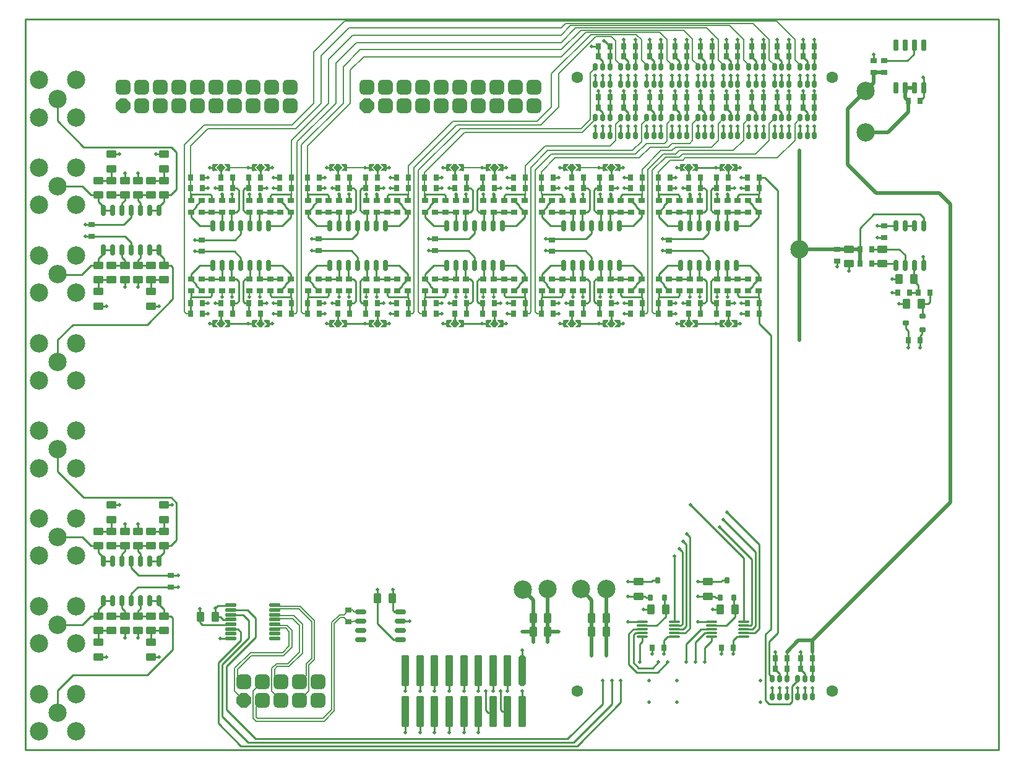
<source format=gtl>
G04*
G04 #@! TF.GenerationSoftware,Altium Limited,Altium Designer,19.0.10 (269)*
G04*
G04 Layer_Physical_Order=1*
G04 Layer_Color=255*
%FSLAX44Y44*%
%MOMM*%
G71*
G01*
G75*
%ADD11C,0.2500*%
%ADD12C,0.1500*%
G04:AMPARAMS|DCode=26|XSize=0.5mm|YSize=0.4mm|CornerRadius=0.05mm|HoleSize=0mm|Usage=FLASHONLY|Rotation=180.000|XOffset=0mm|YOffset=0mm|HoleType=Round|Shape=RoundedRectangle|*
%AMROUNDEDRECTD26*
21,1,0.5000,0.3000,0,0,180.0*
21,1,0.4000,0.4000,0,0,180.0*
1,1,0.1000,-0.2000,0.1500*
1,1,0.1000,0.2000,0.1500*
1,1,0.1000,0.2000,-0.1500*
1,1,0.1000,-0.2000,-0.1500*
%
%ADD26ROUNDEDRECTD26*%
G04:AMPARAMS|DCode=33|XSize=0.3mm|YSize=1mm|CornerRadius=0.075mm|HoleSize=0mm|Usage=FLASHONLY|Rotation=0.000|XOffset=0mm|YOffset=0mm|HoleType=Round|Shape=RoundedRectangle|*
%AMROUNDEDRECTD33*
21,1,0.3000,0.8500,0,0,0.0*
21,1,0.1500,1.0000,0,0,0.0*
1,1,0.1500,0.0750,-0.4250*
1,1,0.1500,-0.0750,-0.4250*
1,1,0.1500,-0.0750,0.4250*
1,1,0.1500,0.0750,0.4250*
%
%ADD33ROUNDEDRECTD33*%
%ADD34R,0.5000X1.0000*%
G04:AMPARAMS|DCode=35|XSize=1mm|YSize=4.2mm|CornerRadius=0.125mm|HoleSize=0mm|Usage=FLASHONLY|Rotation=0.000|XOffset=0mm|YOffset=0mm|HoleType=Round|Shape=RoundedRectangle|*
%AMROUNDEDRECTD35*
21,1,1.0000,3.9500,0,0,0.0*
21,1,0.7500,4.2000,0,0,0.0*
1,1,0.2500,0.3750,-1.9750*
1,1,0.2500,-0.3750,-1.9750*
1,1,0.2500,-0.3750,1.9750*
1,1,0.2500,0.3750,1.9750*
%
%ADD35ROUNDEDRECTD35*%
G04:AMPARAMS|DCode=36|XSize=1mm|YSize=4.2mm|CornerRadius=0mm|HoleSize=0mm|Usage=FLASHONLY|Rotation=0.000|XOffset=0mm|YOffset=0mm|HoleType=Round|Shape=Octagon|*
%AMOCTAGOND36*
4,1,8,-0.2500,2.1000,0.2500,2.1000,0.5000,1.8500,0.5000,-1.8500,0.2500,-2.1000,-0.2500,-2.1000,-0.5000,-1.8500,-0.5000,1.8500,-0.2500,2.1000,0.0*
%
%ADD36OCTAGOND36*%

G04:AMPARAMS|DCode=37|XSize=0.6mm|YSize=1mm|CornerRadius=0.15mm|HoleSize=0mm|Usage=FLASHONLY|Rotation=0.000|XOffset=0mm|YOffset=0mm|HoleType=Round|Shape=RoundedRectangle|*
%AMROUNDEDRECTD37*
21,1,0.6000,0.7000,0,0,0.0*
21,1,0.3000,1.0000,0,0,0.0*
1,1,0.3000,0.1500,-0.3500*
1,1,0.3000,-0.1500,-0.3500*
1,1,0.3000,-0.1500,0.3500*
1,1,0.3000,0.1500,0.3500*
%
%ADD37ROUNDEDRECTD37*%
G04:AMPARAMS|DCode=38|XSize=0.75mm|YSize=0.9mm|CornerRadius=0.0938mm|HoleSize=0mm|Usage=FLASHONLY|Rotation=0.000|XOffset=0mm|YOffset=0mm|HoleType=Round|Shape=RoundedRectangle|*
%AMROUNDEDRECTD38*
21,1,0.7500,0.7125,0,0,0.0*
21,1,0.5625,0.9000,0,0,0.0*
1,1,0.1875,0.2813,-0.3563*
1,1,0.1875,-0.2813,-0.3563*
1,1,0.1875,-0.2813,0.3563*
1,1,0.1875,0.2813,0.3563*
%
%ADD38ROUNDEDRECTD38*%
G04:AMPARAMS|DCode=39|XSize=0.6mm|YSize=1.6mm|CornerRadius=0.15mm|HoleSize=0mm|Usage=FLASHONLY|Rotation=180.000|XOffset=0mm|YOffset=0mm|HoleType=Round|Shape=RoundedRectangle|*
%AMROUNDEDRECTD39*
21,1,0.6000,1.3000,0,0,180.0*
21,1,0.3000,1.6000,0,0,180.0*
1,1,0.3000,-0.1500,0.6500*
1,1,0.3000,0.1500,0.6500*
1,1,0.3000,0.1500,-0.6500*
1,1,0.3000,-0.1500,-0.6500*
%
%ADD39ROUNDEDRECTD39*%
G04:AMPARAMS|DCode=40|XSize=0.6mm|YSize=1.45mm|CornerRadius=0.15mm|HoleSize=0mm|Usage=FLASHONLY|Rotation=180.000|XOffset=0mm|YOffset=0mm|HoleType=Round|Shape=RoundedRectangle|*
%AMROUNDEDRECTD40*
21,1,0.6000,1.1500,0,0,180.0*
21,1,0.3000,1.4500,0,0,180.0*
1,1,0.3000,-0.1500,0.5750*
1,1,0.3000,0.1500,0.5750*
1,1,0.3000,0.1500,-0.5750*
1,1,0.3000,-0.1500,-0.5750*
%
%ADD40ROUNDEDRECTD40*%
G04:AMPARAMS|DCode=41|XSize=1.1mm|YSize=1.35mm|CornerRadius=0.1375mm|HoleSize=0mm|Usage=FLASHONLY|Rotation=0.000|XOffset=0mm|YOffset=0mm|HoleType=Round|Shape=RoundedRectangle|*
%AMROUNDEDRECTD41*
21,1,1.1000,1.0750,0,0,0.0*
21,1,0.8250,1.3500,0,0,0.0*
1,1,0.2750,0.4125,-0.5375*
1,1,0.2750,-0.4125,-0.5375*
1,1,0.2750,-0.4125,0.5375*
1,1,0.2750,0.4125,0.5375*
%
%ADD41ROUNDEDRECTD41*%
G04:AMPARAMS|DCode=42|XSize=0.3mm|YSize=1.5mm|CornerRadius=0.0375mm|HoleSize=0mm|Usage=FLASHONLY|Rotation=270.000|XOffset=0mm|YOffset=0mm|HoleType=Round|Shape=RoundedRectangle|*
%AMROUNDEDRECTD42*
21,1,0.3000,1.4250,0,0,270.0*
21,1,0.2250,1.5000,0,0,270.0*
1,1,0.0750,-0.7125,-0.1125*
1,1,0.0750,-0.7125,0.1125*
1,1,0.0750,0.7125,0.1125*
1,1,0.0750,0.7125,-0.1125*
%
%ADD42ROUNDEDRECTD42*%
G04:AMPARAMS|DCode=43|XSize=0.6mm|YSize=0.9mm|CornerRadius=0.15mm|HoleSize=0mm|Usage=FLASHONLY|Rotation=180.000|XOffset=0mm|YOffset=0mm|HoleType=Round|Shape=RoundedRectangle|*
%AMROUNDEDRECTD43*
21,1,0.6000,0.6000,0,0,180.0*
21,1,0.3000,0.9000,0,0,180.0*
1,1,0.3000,-0.1500,0.3000*
1,1,0.3000,0.1500,0.3000*
1,1,0.3000,0.1500,-0.3000*
1,1,0.3000,-0.1500,-0.3000*
%
%ADD43ROUNDEDRECTD43*%
G04:AMPARAMS|DCode=44|XSize=0.75mm|YSize=0.9mm|CornerRadius=0.0938mm|HoleSize=0mm|Usage=FLASHONLY|Rotation=270.000|XOffset=0mm|YOffset=0mm|HoleType=Round|Shape=RoundedRectangle|*
%AMROUNDEDRECTD44*
21,1,0.7500,0.7125,0,0,270.0*
21,1,0.5625,0.9000,0,0,270.0*
1,1,0.1875,-0.3563,-0.2813*
1,1,0.1875,-0.3563,0.2813*
1,1,0.1875,0.3563,0.2813*
1,1,0.1875,0.3563,-0.2813*
%
%ADD44ROUNDEDRECTD44*%
G04:AMPARAMS|DCode=45|XSize=1.1mm|YSize=1.35mm|CornerRadius=0.1375mm|HoleSize=0mm|Usage=FLASHONLY|Rotation=90.000|XOffset=0mm|YOffset=0mm|HoleType=Round|Shape=RoundedRectangle|*
%AMROUNDEDRECTD45*
21,1,1.1000,1.0750,0,0,90.0*
21,1,0.8250,1.3500,0,0,90.0*
1,1,0.2750,0.5375,0.4125*
1,1,0.2750,0.5375,-0.4125*
1,1,0.2750,-0.5375,-0.4125*
1,1,0.2750,-0.5375,0.4125*
%
%ADD45ROUNDEDRECTD45*%
G04:AMPARAMS|DCode=46|XSize=0.6mm|YSize=1.45mm|CornerRadius=0.15mm|HoleSize=0mm|Usage=FLASHONLY|Rotation=90.000|XOffset=0mm|YOffset=0mm|HoleType=Round|Shape=RoundedRectangle|*
%AMROUNDEDRECTD46*
21,1,0.6000,1.1500,0,0,90.0*
21,1,0.3000,1.4500,0,0,90.0*
1,1,0.3000,0.5750,0.1500*
1,1,0.3000,0.5750,-0.1500*
1,1,0.3000,-0.5750,-0.1500*
1,1,0.3000,-0.5750,0.1500*
%
%ADD46ROUNDEDRECTD46*%
G04:AMPARAMS|DCode=47|XSize=0.45mm|YSize=1.5mm|CornerRadius=0.1125mm|HoleSize=0mm|Usage=FLASHONLY|Rotation=90.000|XOffset=0mm|YOffset=0mm|HoleType=Round|Shape=RoundedRectangle|*
%AMROUNDEDRECTD47*
21,1,0.4500,1.2750,0,0,90.0*
21,1,0.2250,1.5000,0,0,90.0*
1,1,0.2250,0.6375,0.1125*
1,1,0.2250,0.6375,-0.1125*
1,1,0.2250,-0.6375,-0.1125*
1,1,0.2250,-0.6375,0.1125*
%
%ADD47ROUNDEDRECTD47*%
G04:AMPARAMS|DCode=48|XSize=0.6mm|YSize=0.9mm|CornerRadius=0.15mm|HoleSize=0mm|Usage=FLASHONLY|Rotation=270.000|XOffset=0mm|YOffset=0mm|HoleType=Round|Shape=RoundedRectangle|*
%AMROUNDEDRECTD48*
21,1,0.6000,0.6000,0,0,270.0*
21,1,0.3000,0.9000,0,0,270.0*
1,1,0.3000,-0.3000,-0.1500*
1,1,0.3000,-0.3000,0.1500*
1,1,0.3000,0.3000,0.1500*
1,1,0.3000,0.3000,-0.1500*
%
%ADD48ROUNDEDRECTD48*%
%ADD49C,0.5000*%
%ADD50C,0.2000*%
%ADD51C,0.3810*%
%ADD52C,1.6000*%
G04:AMPARAMS|DCode=53|XSize=2mm|YSize=2mm|CornerRadius=0.5mm|HoleSize=0mm|Usage=FLASHONLY|Rotation=180.000|XOffset=0mm|YOffset=0mm|HoleType=Round|Shape=RoundedRectangle|*
%AMROUNDEDRECTD53*
21,1,2.0000,1.0000,0,0,180.0*
21,1,1.0000,2.0000,0,0,180.0*
1,1,1.0000,-0.5000,0.5000*
1,1,1.0000,0.5000,0.5000*
1,1,1.0000,0.5000,-0.5000*
1,1,1.0000,-0.5000,-0.5000*
%
%ADD53ROUNDEDRECTD53*%
%ADD54P,2.1648X8X202.5*%
%ADD55C,2.5000*%
%ADD56C,0.5000*%
G36*
X973000Y792000D02*
X966500D01*
X966500Y793000D01*
X970000Y796500D01*
X970000Y797501D01*
X966500Y801000D01*
X966500Y802000D01*
X973000D01*
Y792000D01*
D02*
G37*
G36*
X964500Y800500D02*
X968001Y797001D01*
X964500Y793500D01*
Y792000D01*
X959500D01*
Y793500D01*
X955750Y797000D01*
X959500Y800500D01*
Y802000D01*
X964500D01*
Y800500D01*
D02*
G37*
G36*
X957500Y801000D02*
X954000Y797500D01*
X954000Y796499D01*
X957499Y793000D01*
X957500Y792000D01*
X951000D01*
Y802000D01*
X957500D01*
X957500Y801000D01*
D02*
G37*
G36*
X919000Y792000D02*
X912500D01*
X912500Y793000D01*
X916000Y796500D01*
X916000Y797501D01*
X912500Y801000D01*
X912500Y802000D01*
X919000D01*
Y792000D01*
D02*
G37*
G36*
X910500Y800500D02*
X914250Y797000D01*
X910500Y793500D01*
Y792000D01*
X905500D01*
Y793500D01*
X901999Y796999D01*
X905500Y800500D01*
Y802000D01*
X910500D01*
Y800500D01*
D02*
G37*
G36*
X903500Y801000D02*
X900000Y797500D01*
X900000Y796499D01*
X903500Y793000D01*
X903500Y792000D01*
X897000D01*
Y802000D01*
X903500D01*
X903500Y801000D01*
D02*
G37*
G36*
X813000Y792000D02*
X806500D01*
X806500Y793000D01*
X810000Y796500D01*
X810000Y797501D01*
X806500Y801000D01*
X806500Y802000D01*
X813000D01*
Y792000D01*
D02*
G37*
G36*
X804500Y800500D02*
X808001Y797001D01*
X804500Y793500D01*
Y792000D01*
X799500D01*
Y793500D01*
X795750Y797000D01*
X799500Y800500D01*
Y802000D01*
X804500D01*
Y800500D01*
D02*
G37*
G36*
X797500Y801000D02*
X794000Y797500D01*
X794000Y796499D01*
X797499Y793000D01*
X797500Y792000D01*
X791000D01*
Y802000D01*
X797500D01*
X797500Y801000D01*
D02*
G37*
G36*
X759000Y792000D02*
X752500D01*
X752500Y793000D01*
X756000Y796500D01*
X756000Y797501D01*
X752500Y801000D01*
X752500Y802000D01*
X759000D01*
Y792000D01*
D02*
G37*
G36*
X750500Y800500D02*
X754250Y797000D01*
X750500Y793500D01*
Y792000D01*
X745500D01*
Y793500D01*
X741999Y796999D01*
X745500Y800500D01*
Y802000D01*
X750500D01*
Y800500D01*
D02*
G37*
G36*
X743500Y801000D02*
X740000Y797500D01*
X740000Y796499D01*
X743500Y793000D01*
X743500Y792000D01*
X737000D01*
Y802000D01*
X743500D01*
X743500Y801000D01*
D02*
G37*
G36*
X653000Y792000D02*
X646500D01*
X646500Y793000D01*
X650000Y796500D01*
X650000Y797501D01*
X646500Y801000D01*
X646500Y802000D01*
X653000D01*
Y792000D01*
D02*
G37*
G36*
X644500Y800500D02*
X648001Y797001D01*
X644500Y793500D01*
Y792000D01*
X639500D01*
Y793500D01*
X635750Y797000D01*
X639500Y800500D01*
Y802000D01*
X644500D01*
Y800500D01*
D02*
G37*
G36*
X637500Y801000D02*
X634000Y797500D01*
X634000Y796499D01*
X637500Y793000D01*
X637500Y792000D01*
X631000D01*
Y802000D01*
X637500D01*
X637500Y801000D01*
D02*
G37*
G36*
X599000Y792000D02*
X592500D01*
X592500Y793000D01*
X596000Y796500D01*
X596000Y797501D01*
X592500Y801000D01*
X592500Y802000D01*
X599000D01*
Y792000D01*
D02*
G37*
G36*
X590500Y800500D02*
X594250Y797000D01*
X590500Y793500D01*
Y792000D01*
X585500D01*
Y793500D01*
X581999Y796999D01*
X585500Y800500D01*
Y802000D01*
X590500D01*
Y800500D01*
D02*
G37*
G36*
X583500Y801000D02*
X580000Y797500D01*
X580000Y796499D01*
X583499Y793000D01*
X583500Y792000D01*
X577000D01*
Y802000D01*
X583500D01*
X583500Y801000D01*
D02*
G37*
G36*
X493000Y792000D02*
X486500D01*
X486500Y793000D01*
X490000Y796500D01*
X490000Y797501D01*
X486500Y801000D01*
X486500Y802000D01*
X493000D01*
Y792000D01*
D02*
G37*
G36*
X484500Y800500D02*
X488001Y797001D01*
X484500Y793500D01*
Y792000D01*
X479500D01*
Y793500D01*
X475750Y797000D01*
X479500Y800500D01*
Y802000D01*
X484500D01*
Y800500D01*
D02*
G37*
G36*
X477500Y801000D02*
X474000Y797500D01*
X474000Y796499D01*
X477500Y793000D01*
X477500Y792000D01*
X471000D01*
Y802000D01*
X477500D01*
X477500Y801000D01*
D02*
G37*
G36*
X439000Y792000D02*
X432500D01*
X432500Y793000D01*
X436000Y796500D01*
X436000Y797501D01*
X432500Y801000D01*
X432500Y802000D01*
X439000D01*
Y792000D01*
D02*
G37*
G36*
X430500Y800500D02*
X434250Y797000D01*
X430500Y793500D01*
Y792000D01*
X425500D01*
Y793500D01*
X421999Y796999D01*
X425500Y800500D01*
Y802000D01*
X430500D01*
Y800500D01*
D02*
G37*
G36*
X423500Y801000D02*
X420000Y797500D01*
X420000Y796499D01*
X423499Y793000D01*
X423500Y792000D01*
X417000D01*
Y802000D01*
X423500D01*
X423500Y801000D01*
D02*
G37*
G36*
X333000Y792000D02*
X326500D01*
X326500Y793000D01*
X330000Y796500D01*
X330000Y797501D01*
X326500Y801000D01*
X326500Y802000D01*
X333000D01*
Y792000D01*
D02*
G37*
G36*
X324500Y800500D02*
X328001Y797001D01*
X324500Y793500D01*
Y792000D01*
X319500D01*
Y793500D01*
X315750Y797000D01*
X319500Y800500D01*
Y802000D01*
X324500D01*
Y800500D01*
D02*
G37*
G36*
X317500Y801000D02*
X314000Y797500D01*
X314000Y796499D01*
X317500Y793000D01*
X317500Y792000D01*
X311000D01*
Y802000D01*
X317500D01*
X317500Y801000D01*
D02*
G37*
G36*
X279000Y792000D02*
X272500D01*
X272500Y793000D01*
X276000Y796500D01*
X276000Y797501D01*
X272500Y801000D01*
X272500Y802000D01*
X279000D01*
Y792000D01*
D02*
G37*
G36*
X270500Y800500D02*
X274250Y797000D01*
X270500Y793500D01*
Y792000D01*
X265500D01*
Y793500D01*
X261999Y796999D01*
X265500Y800500D01*
Y802000D01*
X270500D01*
Y800500D01*
D02*
G37*
G36*
X263500Y801000D02*
X260000Y797500D01*
X260000Y796499D01*
X263500Y793000D01*
X263500Y792000D01*
X257000D01*
Y802000D01*
X263500D01*
X263500Y801000D01*
D02*
G37*
G36*
X653000Y578000D02*
X646500D01*
X646500Y579000D01*
X650000Y582500D01*
X650000Y583501D01*
X646500Y587000D01*
X646500Y588000D01*
X653000D01*
Y578000D01*
D02*
G37*
G36*
X644500Y586500D02*
X648001Y583001D01*
X644500Y579500D01*
Y578000D01*
X639500D01*
Y579500D01*
X635750Y583000D01*
X639500Y586500D01*
Y588000D01*
X644500D01*
Y586500D01*
D02*
G37*
G36*
X637500Y587000D02*
X634000Y583500D01*
X634000Y582499D01*
X637500Y579000D01*
X637500Y578000D01*
X631000D01*
Y588000D01*
X637500D01*
X637500Y587000D01*
D02*
G37*
G36*
X333000Y578000D02*
X326500D01*
X326500Y579000D01*
X330000Y582500D01*
X330000Y583501D01*
X326500Y587000D01*
X326500Y588000D01*
X333000D01*
Y578000D01*
D02*
G37*
G36*
X324500Y586500D02*
X328001Y583001D01*
X324500Y579500D01*
Y578000D01*
X319500D01*
Y579500D01*
X315750Y583000D01*
X319500Y586500D01*
Y588000D01*
X324500D01*
Y586500D01*
D02*
G37*
G36*
X317500Y587000D02*
X314000Y583500D01*
X314000Y582499D01*
X317500Y579000D01*
X317500Y578000D01*
X311000D01*
Y588000D01*
X317500D01*
X317500Y587000D01*
D02*
G37*
G36*
X973000Y578000D02*
X966500D01*
X966500Y579000D01*
X970000Y582500D01*
X970000Y583501D01*
X966500Y587000D01*
X966500Y588000D01*
X973000D01*
Y578000D01*
D02*
G37*
G36*
X964500Y586500D02*
X968001Y583001D01*
X964500Y579500D01*
Y578000D01*
X959500D01*
Y579500D01*
X955750Y583000D01*
X959500Y586500D01*
Y588000D01*
X964500D01*
Y586500D01*
D02*
G37*
G36*
X957500Y587000D02*
X954000Y583500D01*
X954000Y582499D01*
X957499Y579000D01*
X957500Y578000D01*
X951000D01*
Y588000D01*
X957500D01*
X957500Y587000D01*
D02*
G37*
G36*
X919000Y578000D02*
X912500D01*
X912500Y579000D01*
X916000Y582500D01*
X916000Y583501D01*
X912500Y587000D01*
X912500Y588000D01*
X919000D01*
Y578000D01*
D02*
G37*
G36*
X910500Y586500D02*
X914250Y583000D01*
X910500Y579500D01*
Y578000D01*
X905500D01*
Y579500D01*
X901999Y582999D01*
X905500Y586500D01*
Y588000D01*
X910500D01*
Y586500D01*
D02*
G37*
G36*
X903500Y587000D02*
X900000Y583500D01*
X900000Y582499D01*
X903500Y579000D01*
X903500Y578000D01*
X897000D01*
Y588000D01*
X903500D01*
X903500Y587000D01*
D02*
G37*
G36*
X813000Y578000D02*
X806500D01*
X806500Y579000D01*
X810000Y582500D01*
X810000Y583501D01*
X806500Y587000D01*
X806500Y588000D01*
X813000D01*
Y578000D01*
D02*
G37*
G36*
X804500Y586500D02*
X808001Y583001D01*
X804500Y579500D01*
Y578000D01*
X799500D01*
Y579500D01*
X795750Y583000D01*
X799500Y586500D01*
Y588000D01*
X804500D01*
Y586500D01*
D02*
G37*
G36*
X797500Y587000D02*
X794000Y583500D01*
X794000Y582499D01*
X797499Y579000D01*
X797500Y578000D01*
X791000D01*
Y588000D01*
X797500D01*
X797500Y587000D01*
D02*
G37*
G36*
X759000Y578000D02*
X752500D01*
X752500Y579000D01*
X756000Y582500D01*
X756000Y583501D01*
X752500Y587000D01*
X752500Y588000D01*
X759000D01*
Y578000D01*
D02*
G37*
G36*
X750500Y586500D02*
X754250Y583000D01*
X750500Y579500D01*
Y578000D01*
X745500D01*
Y579500D01*
X741999Y582999D01*
X745500Y586500D01*
Y588000D01*
X750500D01*
Y586500D01*
D02*
G37*
G36*
X743500Y587000D02*
X740000Y583500D01*
X740000Y582499D01*
X743500Y579000D01*
X743500Y578000D01*
X737000D01*
Y588000D01*
X743500D01*
X743500Y587000D01*
D02*
G37*
G36*
X599000Y578000D02*
X592500D01*
X592500Y579000D01*
X596000Y582500D01*
X596000Y583501D01*
X592500Y587000D01*
X592500Y588000D01*
X599000D01*
Y578000D01*
D02*
G37*
G36*
X590500Y586500D02*
X594250Y583000D01*
X590500Y579500D01*
Y578000D01*
X585500D01*
Y579500D01*
X581999Y582999D01*
X585500Y586500D01*
Y588000D01*
X590500D01*
Y586500D01*
D02*
G37*
G36*
X583500Y587000D02*
X580000Y583500D01*
X580000Y582499D01*
X583499Y579000D01*
X583500Y578000D01*
X577000D01*
Y588000D01*
X583500D01*
X583500Y587000D01*
D02*
G37*
G36*
X493000Y578000D02*
X486500D01*
X486500Y579000D01*
X490000Y582500D01*
X490000Y583501D01*
X486500Y587000D01*
X486500Y588000D01*
X493000D01*
Y578000D01*
D02*
G37*
G36*
X484500Y586500D02*
X488001Y583001D01*
X484500Y579500D01*
Y578000D01*
X479500D01*
Y579500D01*
X475750Y583000D01*
X479500Y586500D01*
Y588000D01*
X484500D01*
Y586500D01*
D02*
G37*
G36*
X477500Y587000D02*
X474000Y583500D01*
X474000Y582499D01*
X477500Y579000D01*
X477500Y578000D01*
X471000D01*
Y588000D01*
X477500D01*
X477500Y587000D01*
D02*
G37*
G36*
X439000Y578000D02*
X432500D01*
X432500Y579000D01*
X436000Y582500D01*
X436000Y583501D01*
X432500Y587000D01*
X432500Y588000D01*
X439000D01*
Y578000D01*
D02*
G37*
G36*
X430500Y586500D02*
X434250Y583000D01*
X430500Y579500D01*
Y578000D01*
X425500D01*
Y579500D01*
X421999Y582999D01*
X425500Y586500D01*
Y588000D01*
X430500D01*
Y586500D01*
D02*
G37*
G36*
X423500Y587000D02*
X420000Y583500D01*
X420000Y582499D01*
X423499Y579000D01*
X423500Y578000D01*
X417000D01*
Y588000D01*
X423500D01*
X423500Y587000D01*
D02*
G37*
G36*
X279000Y578000D02*
X272500D01*
X272500Y579000D01*
X276000Y582500D01*
X276000Y583501D01*
X272500Y587000D01*
X272500Y588000D01*
X279000D01*
Y578000D01*
D02*
G37*
G36*
X270500Y586500D02*
X274250Y583000D01*
X270500Y579500D01*
Y578000D01*
X265500D01*
Y579500D01*
X261999Y582999D01*
X265500Y586500D01*
Y588000D01*
X270500D01*
Y586500D01*
D02*
G37*
G36*
X263500Y587000D02*
X260000Y583500D01*
X260000Y582499D01*
X263500Y579000D01*
X263500Y578000D01*
X257000D01*
Y588000D01*
X263500D01*
X263500Y587000D01*
D02*
G37*
G36*
X797500Y141000D02*
X792500D01*
Y147250D01*
X797500D01*
Y141000D01*
D02*
G37*
G36*
X777500Y140000D02*
X772500D01*
Y146250D01*
X777500D01*
Y140000D01*
D02*
G37*
D11*
X1208000Y550000D02*
Y560000D01*
X1042000Y111000D02*
Y134000D01*
X1042000Y134000D02*
X1042000Y134000D01*
X953000Y131000D02*
Y140000D01*
X1012000Y783000D02*
X1030000Y765000D01*
X1004000Y583000D02*
Y611000D01*
Y583000D02*
X1020000Y567000D01*
X1020000Y165000D01*
X1013000Y158000D02*
X1020000Y165000D01*
X1013000Y68000D02*
Y158000D01*
X1030000Y765000D02*
X1030000Y160000D01*
X1018000Y148000D02*
X1030000Y160000D01*
X1018000Y103000D02*
Y148000D01*
Y103000D02*
X1022000Y99000D01*
Y97000D02*
Y99000D01*
X1057000Y95000D02*
Y96000D01*
X1049000Y87000D02*
X1057000Y95000D01*
X1049000Y66000D02*
Y87000D01*
X1046000Y63000D02*
X1049000Y66000D01*
X1018000Y63000D02*
X1046000D01*
X1013000Y68000D02*
X1018000Y63000D01*
X1004000Y783000D02*
X1012000D01*
X1004000Y783000D02*
X1004000Y783000D01*
X1004000Y783000D02*
X1004000D01*
X1080000Y949000D02*
Y972000D01*
X1045000Y949000D02*
Y972000D01*
X975000Y949000D02*
Y972000D01*
X1080000Y879000D02*
Y902000D01*
X1077000Y111000D02*
Y134000D01*
X1045000Y879000D02*
Y902000D01*
X1010000Y879000D02*
Y902000D01*
X975000Y879000D02*
Y902000D01*
X940000Y949000D02*
Y972000D01*
X905000Y949000D02*
Y972000D01*
X870000Y949000D02*
Y972000D01*
X835000Y949000D02*
Y972000D01*
X792500Y970500D02*
X800000Y963000D01*
X940000Y879000D02*
Y902000D01*
X905000Y879000D02*
Y902000D01*
X870000Y879000D02*
Y902000D01*
X835000Y879000D02*
Y902000D01*
X1077000Y134000D02*
X1077000Y134000D01*
X1026000Y124000D02*
Y134000D01*
X1077000Y97000D02*
Y111000D01*
X1077000Y111000D01*
X1067000Y97000D02*
Y104000D01*
X1061000Y110000D02*
X1067000Y104000D01*
X1077000Y73000D02*
Y85000D01*
X1067000Y73000D02*
Y85000D01*
X1057000Y73000D02*
Y85000D01*
X1061000Y110000D02*
Y134000D01*
X1042000Y97000D02*
Y111000D01*
X1042000Y111000D01*
X1032000Y97000D02*
Y104000D01*
X1026000Y110000D02*
X1032000Y104000D01*
X1042000Y73000D02*
Y85000D01*
X1032000Y73000D02*
Y85000D01*
X1022000Y73000D02*
Y85000D01*
X1026000Y110000D02*
Y124000D01*
X849500Y208500D02*
X855500D01*
X825000Y230000D02*
X828000D01*
X839000Y210000D02*
X839000Y210000D01*
X848000D02*
X848000Y210000D01*
X849000Y209000D01*
X828000Y230000D02*
X839000D01*
Y210000D02*
X848000D01*
X849000Y209000D02*
Y209000D01*
X825000Y230000D02*
X828000D01*
X825000Y210000D02*
X839000D01*
X849000Y209000D02*
X849500Y208500D01*
X846000Y192000D02*
X856000D01*
X844000Y170000D02*
X864000D01*
X876000Y182000D01*
Y192000D02*
X876000Y192000D01*
X874500Y193500D02*
X876000Y192000D01*
X876000Y182000D02*
Y192000D01*
X874500Y193500D02*
Y208500D01*
X859000Y232000D02*
X864500D01*
X865000Y231500D01*
X839000Y230000D02*
X857000D01*
X859000Y232000D01*
X825000Y175000D02*
X842000D01*
X920000Y230000D02*
X934000D01*
X920000D02*
X923000D01*
X920000Y210000D02*
X934000D01*
X920000Y175000D02*
X937000D01*
X941000Y192000D02*
X951000D01*
X934000Y210000D02*
X934000Y210000D01*
X944500Y208500D02*
X950500D01*
X944000Y209000D02*
X944500Y208500D01*
X944000Y209000D02*
Y209000D01*
X943000Y210000D02*
X944000Y209000D01*
X943000Y210000D02*
X943000Y210000D01*
X934000Y210000D02*
X943000D01*
X1064000Y948000D02*
Y972000D01*
X1029000Y949000D02*
Y972000D01*
X1064000Y878000D02*
Y902000D01*
X994000Y878000D02*
Y902000D01*
X924000Y948000D02*
Y972000D01*
X889000Y948000D02*
Y972000D01*
X854000Y948000D02*
Y972000D01*
X819000Y948000D02*
Y972000D01*
X924000Y878000D02*
Y902000D01*
X889000Y879000D02*
Y902000D01*
X854000Y878000D02*
Y902000D01*
X819000Y878000D02*
Y902000D01*
X784000Y878000D02*
Y893000D01*
X872000Y699000D02*
X927000D01*
X712000D02*
X767000D01*
X959000Y948000D02*
Y972000D01*
X1029000Y878000D02*
Y902000D01*
X959000Y878000D02*
Y902000D01*
X952000Y230000D02*
X954000Y232000D01*
X934000Y230000D02*
X952000D01*
X1186000Y626000D02*
X1194000D01*
X1185000D02*
X1186000D01*
X959500Y232000D02*
X960000Y231500D01*
X954000Y232000D02*
X959500D01*
X969500Y193500D02*
Y208500D01*
Y193500D02*
X971000Y192000D01*
X971000Y192000D02*
X971000Y192000D01*
X971000Y182000D02*
Y192000D01*
X959000Y170000D02*
X971000Y182000D01*
X939000Y170000D02*
X959000D01*
X513250Y176350D02*
X513600Y176000D01*
X526000D01*
X679999Y107999D02*
Y135998D01*
X650000Y80000D02*
X650000Y80000D01*
Y55000D02*
Y80000D01*
Y55000D02*
X653000Y52000D01*
X660000D01*
X659999Y51999D02*
X660000Y52000D01*
X659999Y51999D02*
Y51999D01*
X633000Y51000D02*
X640000D01*
X630000Y54000D02*
Y80000D01*
Y54000D02*
X633000Y51000D01*
X639999Y51001D02*
X640000Y51000D01*
X639999Y51001D02*
Y51999D01*
X679999D02*
Y79998D01*
X620000Y24002D02*
Y52000D01*
X600000Y24002D02*
Y52000D01*
X579999Y24001D02*
Y51999D01*
X559998Y24000D02*
Y51998D01*
X539997Y23999D02*
Y51998D01*
X281000Y191000D02*
X304000D01*
X315000Y154000D02*
Y180000D01*
X275000Y114000D02*
X315000Y154000D01*
X275000Y55000D02*
Y114000D01*
X306000Y153000D02*
Y177000D01*
X269600Y116600D02*
X306000Y153000D01*
X269600Y45400D02*
Y116600D01*
X315000Y15000D02*
X742000D01*
X275000Y55000D02*
X315000Y15000D01*
X815000Y65000D02*
Y95000D01*
X755000Y5000D02*
X815000Y65000D01*
X295000Y5000D02*
X755000D01*
X264000Y36000D02*
X295000Y5000D01*
X264000Y36000D02*
Y119000D01*
X295000Y150000D01*
Y161000D01*
X291000Y165000D02*
X295000Y161000D01*
X298250Y184750D02*
X306000Y177000D01*
X281000Y184750D02*
X298250D01*
X803000Y63000D02*
Y95000D01*
X750000Y10000D02*
X803000Y63000D01*
X305000Y10000D02*
X750000D01*
X269600Y45400D02*
X305000Y10000D01*
X742000Y15000D02*
X790000Y63000D01*
Y95000D01*
X304000Y191000D02*
X315000Y180000D01*
X281000Y191000D02*
Y191250D01*
X282000Y165000D02*
X291000D01*
X281750Y165250D02*
X282000Y165000D01*
X281000Y165250D02*
X281750D01*
X1216000Y662400D02*
X1216350Y662750D01*
X1216000Y644000D02*
Y662400D01*
Y642000D02*
Y644000D01*
Y642000D02*
X1222000Y636000D01*
Y626000D02*
Y636000D01*
X1210000Y626000D02*
X1222000D01*
X1196000Y610000D02*
X1206000D01*
X1196000Y610000D02*
X1196000Y610000D01*
X1186000Y644000D02*
X1186000Y644000D01*
X1196000D01*
X1229000Y666000D02*
Y675000D01*
X1229000Y675000D01*
X1229050Y717250D02*
Y727950D01*
X1224000Y733000D02*
X1229050Y727950D01*
X1161000Y733000D02*
X1224000D01*
X1142000Y714000D02*
X1161000Y733000D01*
X1142000Y685000D02*
Y714000D01*
X1203650Y717250D02*
X1216350D01*
X1173000Y685000D02*
X1196000D01*
X1204000Y677000D01*
Y662750D02*
Y677000D01*
X1204000Y662750D02*
X1204000Y662750D01*
X1203650Y662750D02*
X1204000D01*
X1173000Y665000D02*
X1190950D01*
Y662750D02*
Y665000D01*
X1158000D02*
X1173000D01*
X1158000Y685000D02*
X1173000D01*
X1175000Y717250D02*
X1190950D01*
X1166000Y717000D02*
X1175000D01*
X1166000Y717000D02*
X1166000Y717000D01*
X1166000Y701000D02*
X1166000Y701000D01*
X1175000D01*
X872000Y683000D02*
X926000D01*
X712000D02*
X766000D01*
X1127000Y655000D02*
Y665000D01*
X1111000Y661000D02*
Y669000D01*
X1238000Y613000D02*
Y626000D01*
X1235000Y610000D02*
X1238000Y613000D01*
X1226000Y610000D02*
X1235000D01*
X1226000D02*
X1227500Y608500D01*
Y593500D02*
Y608500D01*
X1227000Y574000D02*
X1227500Y574500D01*
X1227000Y569000D02*
Y574000D01*
X1224000Y566000D02*
X1227000Y569000D01*
X1224000Y560000D02*
Y566000D01*
X1204500Y576500D02*
Y584000D01*
Y576500D02*
X1208000Y573000D01*
Y560000D02*
Y573000D01*
X1208000Y560000D02*
X1208000D01*
X1224000Y550000D02*
Y560000D01*
X1161000Y943000D02*
Y952000D01*
Y943000D02*
Y943000D01*
X1229000Y920000D02*
X1229050Y919950D01*
Y905790D02*
Y919950D01*
Y893050D02*
Y905790D01*
X1224000Y888000D02*
X1229050Y893050D01*
X1216000Y963860D02*
X1216350Y964210D01*
X1216000Y952000D02*
Y963860D01*
X1207000Y943000D02*
X1216000Y952000D01*
X1175000Y943000D02*
X1207000D01*
X1175000Y927000D02*
X1175000D01*
X1060000Y911000D02*
Y923000D01*
X1025000Y911000D02*
Y923000D01*
X990000Y911000D02*
Y923000D01*
X955000Y911000D02*
Y923000D01*
X920000Y911000D02*
Y923000D01*
X885000Y911000D02*
Y923000D01*
X850000Y911000D02*
Y923000D01*
X815000Y911000D02*
Y923000D01*
X780000Y911000D02*
Y923000D01*
X1060000Y841000D02*
Y853000D01*
X1025000Y841000D02*
Y853000D01*
X990000Y841000D02*
Y853000D01*
X955000Y841000D02*
Y853000D01*
X920000Y841000D02*
Y853000D01*
X885000Y841000D02*
Y853000D01*
X850000Y841000D02*
Y853000D01*
X815000Y841000D02*
Y853000D01*
X780000Y841000D02*
Y853000D01*
X918500Y797000D02*
X951500D01*
X918500Y583000D02*
X951500D01*
X758500D02*
X791500D01*
X438500D02*
X471500D01*
X598500Y583000D02*
X625000D01*
X278500D02*
X305000D01*
X945000D02*
X951500D01*
X951500Y583000D01*
X785000Y583000D02*
X791500D01*
X791500Y583000D01*
X625000Y583000D02*
X631500D01*
X465000D02*
X471500D01*
X471500Y583000D01*
X305000Y583000D02*
X311500D01*
X945000Y797000D02*
X951500D01*
X951500Y797000D01*
X785000Y797000D02*
X791000D01*
X791000Y797000D01*
X625000Y797000D02*
X631500D01*
X631500Y797000D01*
X465000Y797000D02*
X471000D01*
X471000Y797000D01*
X305000Y797000D02*
X311000D01*
X311000Y797000D01*
X962000D02*
X962000Y797000D01*
X951500Y797000D02*
X952000Y797500D01*
X802000Y797000D02*
X802000Y797000D01*
X642000Y797000D02*
X642000Y797000D01*
X832000Y165000D02*
X844000D01*
X826000Y159000D02*
X832000Y165000D01*
X826000Y117000D02*
Y159000D01*
X837000Y106000D02*
X865200D01*
X826000Y117000D02*
X837000Y106000D01*
X844000Y165000D02*
X844000Y165000D01*
X865200Y106000D02*
X879200Y120000D01*
X835000Y160000D02*
X844000D01*
X832000Y157000D02*
X835000Y160000D01*
X832000Y119000D02*
Y157000D01*
Y119000D02*
X839000Y112000D01*
X858500D01*
X866500Y120000D01*
X939000Y149000D02*
Y155000D01*
X930000Y140000D02*
X939000Y149000D01*
X930000Y120000D02*
Y140000D01*
Y160000D02*
X939000D01*
X917300Y147300D02*
X930000Y160000D01*
X917300Y120000D02*
Y147300D01*
X925000Y165000D02*
X939000D01*
X904600Y144600D02*
X925000Y165000D01*
X904600Y120000D02*
Y144600D01*
X841100Y120000D02*
Y145100D01*
X969000Y131000D02*
Y150000D01*
X503000Y207000D02*
Y219000D01*
Y191000D02*
Y207000D01*
X271000Y178000D02*
X282000D01*
X969000Y150000D02*
X974000Y155000D01*
X239000Y174000D02*
Y193000D01*
X267000Y152000D02*
X281000D01*
X874000Y140000D02*
Y150000D01*
X879000Y155000D01*
X888000D01*
X858000Y131000D02*
Y140000D01*
X858000Y140000D02*
X858000Y140000D01*
X874000Y131000D02*
Y140000D01*
X1029000Y948000D02*
Y949000D01*
X994000D02*
Y963000D01*
Y948000D02*
Y949000D01*
X889000Y878000D02*
Y879000D01*
X784000Y949000D02*
Y963000D01*
Y948000D02*
Y949000D01*
X281000Y152000D02*
Y152250D01*
X960000Y325000D02*
X1004000Y281000D01*
Y166000D02*
Y281000D01*
X955000Y315000D02*
X999000Y271000D01*
Y169000D02*
Y271000D01*
X950000Y305000D02*
X994000Y261000D01*
X983000Y175000D02*
Y262000D01*
X910000Y335000D02*
X983000Y262000D01*
X905000Y295000D02*
X909000Y291000D01*
Y166000D02*
Y291000D01*
X900000Y285000D02*
X904000Y281000D01*
Y169000D02*
Y281000D01*
X895000Y275000D02*
X899000Y271000D01*
Y172000D02*
Y271000D01*
X888000Y175000D02*
Y265000D01*
X888000Y265000D01*
X519998Y23999D02*
Y51998D01*
Y23999D02*
X519998Y23998D01*
X519996Y79998D02*
X519997Y79997D01*
X519996Y79998D02*
Y107996D01*
X539996Y79998D02*
X539997Y79997D01*
X539996Y79998D02*
Y107996D01*
X559997Y79998D02*
X559997Y79998D01*
X559997Y79998D02*
Y107997D01*
X579998Y79999D02*
X579998Y79998D01*
X579998Y79999D02*
Y107998D01*
X599998Y80000D02*
X599999Y79999D01*
X599998Y80000D02*
Y107998D01*
X619998Y80000D02*
X619999Y79999D01*
X619998Y80000D02*
Y107998D01*
X639999Y80001D02*
X640000Y80000D01*
X639999Y80001D02*
Y107999D01*
X659999Y80001D02*
Y107999D01*
Y80001D02*
X660000Y80000D01*
X503000Y191000D02*
X504950Y189050D01*
X482000Y204000D02*
Y207000D01*
X482000Y204000D02*
X482000Y204000D01*
X482000Y173000D02*
Y204000D01*
Y173000D02*
X504050Y150950D01*
X504950Y189050D02*
X513250D01*
X482000Y207000D02*
Y219000D01*
X504050Y150950D02*
X513250D01*
X260000Y194000D02*
X263000Y197000D01*
X260000Y182000D02*
Y194000D01*
Y182000D02*
X260000Y182000D01*
X267000D01*
X271000Y178000D01*
X281750Y178250D02*
X282000Y178000D01*
X281000Y178250D02*
X281750D01*
X239000Y174000D02*
X242000Y171000D01*
X281000Y171003D02*
Y171750D01*
X280997Y171000D02*
X281000Y171003D01*
X242000Y171000D02*
X280997D01*
X263000Y197000D02*
X280997D01*
X281000Y197003D01*
Y197750D01*
X844000Y148000D02*
Y155000D01*
X841100Y145100D02*
X844000Y148000D01*
X983000Y170000D02*
X992000D01*
X994000Y172000D01*
Y261000D01*
X995000Y165000D02*
X999000Y169000D01*
X983000Y165000D02*
X995000D01*
X983000Y160000D02*
X998000D01*
X1004000Y166000D01*
X903000Y160000D02*
X909000Y166000D01*
X888000Y160000D02*
X903000D01*
X888000Y165000D02*
X900000D01*
X904000Y169000D01*
X886000Y165000D02*
X888000D01*
X897000Y170000D02*
X899000Y172000D01*
X888000Y170000D02*
X897000D01*
X888000Y175000D02*
X888000D01*
X953000Y140000D02*
X953000Y140000D01*
X1070000Y911000D02*
Y923000D01*
X1080000Y911000D02*
Y923000D01*
X1035000Y911000D02*
Y923000D01*
X1045000Y911000D02*
Y923000D01*
X1000000Y911000D02*
Y923000D01*
X1010000Y911000D02*
Y923000D01*
X965000Y911000D02*
Y923000D01*
X975000Y911000D02*
Y923000D01*
X930000Y911000D02*
Y923000D01*
X940000Y911000D02*
Y923000D01*
X895000Y911000D02*
Y923000D01*
X905000Y911000D02*
Y923000D01*
X860000Y911000D02*
Y923000D01*
X870000Y911000D02*
Y923000D01*
X825000Y911000D02*
Y923000D01*
X835000Y911000D02*
Y923000D01*
X790000Y911000D02*
Y923000D01*
X800000Y911000D02*
Y923000D01*
X1070000Y841000D02*
Y853000D01*
X1080000Y841000D02*
Y853000D01*
X1035000Y841000D02*
Y853000D01*
X1045000Y841000D02*
Y853000D01*
X1000000Y841000D02*
Y853000D01*
X1010000Y841000D02*
Y853000D01*
X965000Y841000D02*
Y853000D01*
X975000Y841000D02*
Y853000D01*
X930000Y841000D02*
Y853000D01*
X940000Y841000D02*
Y853000D01*
X895000Y841000D02*
Y853000D01*
X905000Y841000D02*
Y853000D01*
X860000Y841000D02*
Y853000D01*
X870000Y841000D02*
Y853000D01*
X825000Y841000D02*
Y853000D01*
X835000Y841000D02*
Y853000D01*
X658000Y797000D02*
X659000D01*
X652500D02*
X658000D01*
X546000Y783000D02*
X546000D01*
X792000Y970000D02*
X792500Y970500D01*
X775000Y963000D02*
X784000D01*
X784000Y963000D01*
X955000Y935000D02*
Y937000D01*
X815000Y935000D02*
Y937000D01*
X850000Y935000D02*
Y937000D01*
X885000Y935000D02*
Y937000D01*
X920000Y935000D02*
Y937000D01*
X990000Y935000D02*
Y937000D01*
X1025000Y935000D02*
Y937000D01*
X1060000Y935000D02*
Y937000D01*
X815000Y934000D02*
Y935000D01*
X800000Y853000D02*
X800000Y853000D01*
Y841000D02*
Y853000D01*
X790000Y841000D02*
Y853000D01*
X386000Y597000D02*
X386000D01*
X364000D02*
X364000D01*
X420000Y769000D02*
X428000D01*
X443000Y752000D02*
Y760000D01*
X179000Y815000D02*
X190000D01*
X190000Y815000D01*
X101000Y719000D02*
X135000D01*
X145000Y729000D01*
X101000Y703000D02*
X136000D01*
X145000Y694000D01*
X199000Y223000D02*
X209000D01*
X91000Y703000D02*
X101000D01*
X82000D02*
X91000D01*
Y719000D02*
X101000D01*
X82000D02*
X91000D01*
X199000Y239000D02*
X209000D01*
X101000Y703000D02*
X101000Y703000D01*
X101000Y719000D02*
X101000Y719000D01*
X800000Y949000D02*
Y963000D01*
X835000Y902000D02*
X835000Y902000D01*
X819000Y878000D02*
X825000Y872000D01*
Y865000D02*
Y872000D01*
X835000Y879000D02*
X835000Y879000D01*
X835000Y865000D02*
Y879000D01*
X870000Y902000D02*
X870000Y902000D01*
X854000Y878000D02*
X860000Y872000D01*
Y865000D02*
Y872000D01*
X870000Y879000D02*
X870000Y879000D01*
X870000Y865000D02*
Y879000D01*
X905000Y902000D02*
X905000Y902000D01*
X889000Y878000D02*
X895000Y872000D01*
Y865000D02*
Y872000D01*
X905000Y879000D02*
X905000Y879000D01*
X905000Y865000D02*
Y879000D01*
X940000Y902000D02*
X940000Y902000D01*
X924000Y878000D02*
X930000Y872000D01*
Y865000D02*
Y872000D01*
X940000Y879000D02*
X940000Y879000D01*
X940000Y865000D02*
Y879000D01*
X975000Y902000D02*
X975000Y902000D01*
X959000Y878000D02*
X965000Y872000D01*
Y865000D02*
Y872000D01*
X975000Y879000D02*
X975000Y879000D01*
X975000Y865000D02*
Y879000D01*
X1010000Y902000D02*
X1010000Y902000D01*
X994000Y878000D02*
X1000000Y872000D01*
Y865000D02*
Y872000D01*
X1010000Y879000D02*
X1010000Y879000D01*
X1010000Y865000D02*
Y879000D01*
X1045000Y902000D02*
X1045000Y902000D01*
X1029000Y878000D02*
X1035000Y872000D01*
Y865000D02*
Y872000D01*
X1045000Y879000D02*
X1045000Y879000D01*
X1045000Y865000D02*
Y879000D01*
X1080000Y902000D02*
X1080000Y902000D01*
X1064000Y878000D02*
X1070000Y872000D01*
Y865000D02*
Y872000D01*
X1080000Y879000D02*
X1080000Y879000D01*
X1080000Y865000D02*
Y879000D01*
X1080000Y935000D02*
Y949000D01*
X1080000Y949000D01*
X1070000Y935000D02*
Y942000D01*
X1064000Y948000D02*
X1070000Y942000D01*
X1080000Y972000D02*
X1080000Y972000D01*
X1045000Y935000D02*
Y949000D01*
X1045000Y949000D01*
X1035000Y935000D02*
Y942000D01*
X1029000Y948000D02*
X1035000Y942000D01*
X1045000Y972000D02*
X1045000Y972000D01*
X1010000Y935000D02*
Y949000D01*
X1010000Y949000D01*
X1000000Y935000D02*
Y942000D01*
X994000Y948000D02*
X1000000Y942000D01*
X1010000Y963000D02*
Y972000D01*
X1010000Y972000D02*
X1010000Y972000D01*
Y949000D02*
Y963000D01*
X994000D02*
Y972000D01*
X975000Y935000D02*
Y949000D01*
X975000Y949000D01*
X965000Y935000D02*
Y942000D01*
X959000Y948000D02*
X965000Y942000D01*
X975000Y972000D02*
X975000Y972000D01*
X940000Y935000D02*
Y949000D01*
X940000Y949000D01*
X930000Y935000D02*
Y942000D01*
X924000Y948000D02*
X930000Y942000D01*
X940000Y972000D02*
X940000Y972000D01*
X905000Y935000D02*
Y949000D01*
X905000Y949000D01*
X895000Y935000D02*
Y942000D01*
X889000Y948000D02*
X895000Y942000D01*
X905000Y972000D02*
X905000Y972000D01*
X870000Y935000D02*
Y949000D01*
X870000Y949000D01*
X860000Y935000D02*
Y942000D01*
X854000Y948000D02*
X860000Y942000D01*
X870000Y972000D02*
X870000Y972000D01*
X835000Y935000D02*
Y949000D01*
X835000Y949000D01*
X825000Y935000D02*
Y942000D01*
X819000Y948000D02*
X825000Y942000D01*
X835000Y972000D02*
X835000Y972000D01*
X800000Y865000D02*
Y879000D01*
X800000Y879000D01*
X790000Y865000D02*
Y872000D01*
X784000Y878000D02*
X790000Y872000D01*
X800000Y893000D02*
Y902000D01*
X800000Y902000D02*
X800000Y902000D01*
Y879000D02*
Y893000D01*
X784000D02*
Y902000D01*
X784000Y948000D02*
X790000Y942000D01*
X935000Y717250D02*
Y718250D01*
Y707000D02*
Y717250D01*
X775000D02*
Y718250D01*
Y707000D02*
Y717250D01*
X615000D02*
Y718250D01*
Y707000D02*
Y717250D01*
X455000D02*
Y718250D01*
Y707000D02*
Y717250D01*
X790000Y935000D02*
Y942000D01*
X800000Y949000D02*
X800000Y949000D01*
X800000Y935000D02*
Y949000D01*
X707000Y644000D02*
X714000Y637000D01*
Y635000D02*
Y637000D01*
Y635000D02*
X721000Y628000D01*
X763000Y644000D02*
X769000D01*
X772000Y641000D01*
Y614000D02*
Y641000D01*
X764000Y597000D02*
Y611000D01*
X762300Y644700D02*
Y662750D01*
Y644700D02*
X763000Y644000D01*
X721000D02*
X735000D01*
X749000D01*
X718750Y662750D02*
X736900D01*
X707000Y651000D02*
X718750Y662750D01*
X707000Y644000D02*
Y651000D01*
Y620000D02*
Y628000D01*
X764000Y611000D02*
X769000D01*
X772000Y614000D01*
X731000Y583000D02*
X732000D01*
X737500D01*
X706000Y619000D02*
X707000Y620000D01*
X706000Y611000D02*
Y619000D01*
Y597000D02*
Y611000D01*
X735000Y628000D02*
X735000D01*
Y622000D02*
Y628000D01*
X733000Y620000D02*
X735000Y622000D01*
X707000Y620000D02*
X733000D01*
X749600Y644600D02*
Y662750D01*
X749000Y644000D02*
X749600Y644600D01*
X748000Y583000D02*
Y597000D01*
Y583000D02*
X748000Y583000D01*
X740000Y611000D02*
X748000D01*
X722000D02*
X730000D01*
X722000Y597000D02*
X722000Y597000D01*
X722000Y597000D02*
X730000D01*
X763000Y736000D02*
X769000D01*
X772000Y739000D01*
Y766000D01*
X763000Y752000D02*
Y760000D01*
X764000Y769000D02*
Y783000D01*
X762300Y717250D02*
Y735300D01*
X763000Y736000D01*
X721000D02*
X735000D01*
X749000D01*
X707000D02*
X714000Y743000D01*
Y745000D01*
X721000Y752000D01*
X718750Y717250D02*
X736900D01*
X707000Y729000D02*
X718750Y717250D01*
X707000Y729000D02*
Y736000D01*
Y752000D02*
Y760000D01*
X764000Y769000D02*
X769000D01*
X772000Y766000D01*
X731000Y797000D02*
X732000D01*
X737500D01*
X706000Y761000D02*
X707000Y760000D01*
X735000Y752000D02*
X735000D01*
Y758000D01*
X733000Y760000D02*
X735000Y758000D01*
X707000Y760000D02*
X733000D01*
X749600Y717250D02*
Y735400D01*
X749000Y736000D02*
X749600Y735400D01*
X748000Y783000D02*
Y797000D01*
X748000Y797000D01*
X740000Y769000D02*
X748000D01*
X722000D02*
X730000D01*
X722000Y783000D02*
X722000Y783000D01*
X722000Y783000D02*
X730000D01*
X781000Y644000D02*
X787000D01*
X778000Y641000D02*
X781000Y644000D01*
X778000Y614000D02*
Y641000D01*
X786000Y597000D02*
Y611000D01*
X787700Y644700D02*
Y662750D01*
X787000Y644000D02*
X787700Y644700D01*
X815000Y644000D02*
X829000D01*
X801000D02*
X815000D01*
X836000Y637000D02*
X843000Y644000D01*
X836000Y635000D02*
Y637000D01*
X829000Y628000D02*
X836000Y635000D01*
X813100Y662750D02*
X831250D01*
X843000Y651000D01*
Y644000D02*
Y651000D01*
Y620000D02*
Y628000D01*
X781000Y611000D02*
X786000D01*
X778000Y614000D02*
X781000Y611000D01*
X818000Y583000D02*
X819000D01*
X812500D02*
X818000D01*
X843000Y620000D02*
X844000Y619000D01*
Y611000D02*
Y619000D01*
Y597000D02*
Y611000D01*
X815000Y628000D02*
X815000D01*
X815000Y622000D02*
Y628000D01*
Y622000D02*
X817000Y620000D01*
X843000D01*
X802000Y611000D02*
X810000D01*
X820000D02*
X828000D01*
Y597000D02*
X828000Y597000D01*
X820000D02*
X828000D01*
X820000Y783000D02*
X828000D01*
X828000Y783000D02*
X828000Y783000D01*
X820000Y769000D02*
X828000D01*
X802000D02*
X810000D01*
X802000Y797000D02*
X802000Y797000D01*
Y783000D02*
Y797000D01*
X800400Y735400D02*
X801000Y736000D01*
X800400Y717250D02*
Y735400D01*
X817000Y760000D02*
X843000D01*
X815000Y758000D02*
X817000Y760000D01*
X815000Y752000D02*
Y758000D01*
Y752000D02*
X815000D01*
X843000Y760000D02*
X844000Y761000D01*
X812500Y797000D02*
X818000D01*
X819000D01*
X778000Y766000D02*
X781000Y769000D01*
X786000D01*
X843000Y752000D02*
Y760000D01*
Y729000D02*
Y736000D01*
X831250Y717250D02*
X843000Y729000D01*
X813100Y717250D02*
X831250D01*
X829000Y752000D02*
X836000Y745000D01*
Y743000D02*
Y745000D01*
Y743000D02*
X843000Y736000D01*
X801000D02*
X815000D01*
X829000D01*
X787000D02*
X787700Y735300D01*
Y717250D02*
Y735300D01*
X786000Y769000D02*
Y783000D01*
X787000Y752000D02*
Y760000D01*
X778000Y739000D02*
Y766000D01*
Y739000D02*
X781000Y736000D01*
X787000D01*
X800400Y644600D02*
X801000Y644000D01*
X800400Y644600D02*
Y662750D01*
X767000Y699000D02*
X775000Y707000D01*
X766000Y683000D02*
X775000Y674000D01*
Y664000D02*
Y674000D01*
X935000Y664000D02*
Y674000D01*
X926000Y683000D02*
X935000Y674000D01*
X927000Y699000D02*
X935000Y707000D01*
X941000Y736000D02*
X947000D01*
X938000Y739000D02*
X941000Y736000D01*
X938000Y739000D02*
Y766000D01*
X947000Y752000D02*
Y760000D01*
X946000Y769000D02*
Y783000D01*
X947700Y717250D02*
Y735300D01*
X947000Y736000D02*
X947700Y735300D01*
X1003000Y752000D02*
Y760000D01*
X941000Y769000D02*
X946000D01*
X938000Y766000D02*
X941000Y769000D01*
X978000Y797000D02*
X979000D01*
X972500D02*
X978000D01*
X1003000Y760000D02*
X1004000Y761000D01*
Y769000D01*
Y783000D01*
X975000Y752000D02*
X975000D01*
X975000D02*
Y758000D01*
X977000Y760000D01*
X1003000D01*
X962000Y783000D02*
Y797000D01*
X962000Y797000D02*
X962000Y797000D01*
Y769000D02*
X970000D01*
X980000D02*
X988000D01*
Y783000D02*
X988000Y783000D01*
X980000D02*
X988000D01*
X980000Y597000D02*
X988000D01*
X988000Y597000D02*
X988000Y597000D01*
X980000Y611000D02*
X988000D01*
X962000D02*
X970000D01*
X962000Y583000D02*
X962000Y583000D01*
Y597000D01*
X977000Y620000D02*
X1003000D01*
X975000Y622000D02*
X977000Y620000D01*
X975000Y622000D02*
Y628000D01*
X975000D01*
X1004000Y611000D02*
Y619000D01*
X1003000Y620000D02*
X1004000Y619000D01*
X972500Y583000D02*
X978000D01*
X979000D01*
X938000Y614000D02*
X941000Y611000D01*
X946000D01*
X1003000Y620000D02*
Y628000D01*
X947000Y644000D02*
X947700Y644700D01*
Y662750D01*
X946000Y597000D02*
Y611000D01*
X938000Y614000D02*
Y641000D01*
X941000Y644000D01*
X947000D01*
X882000Y783000D02*
X890000D01*
X882000D02*
X882000Y783000D01*
Y769000D02*
X890000D01*
X900000D02*
X908000D01*
Y797000D02*
X908000Y797000D01*
X908000Y783000D02*
Y797000D01*
X867000Y760000D02*
X893000D01*
X895000Y758000D01*
Y752000D02*
Y758000D01*
X895000Y752000D02*
X895000D01*
X866000Y761000D02*
X867000Y760000D01*
X892000Y797000D02*
X897500D01*
X891000D02*
X892000D01*
X929000Y769000D02*
X932000Y766000D01*
X924000Y769000D02*
X929000D01*
X867000Y752000D02*
Y760000D01*
X922300Y735300D02*
X923000Y736000D01*
X922300Y717250D02*
Y735300D01*
X924000Y769000D02*
Y783000D01*
X923000Y752000D02*
Y760000D01*
X932000Y739000D02*
Y766000D01*
X929000Y736000D02*
X932000Y739000D01*
X923000Y736000D02*
X929000D01*
X882000Y597000D02*
X890000D01*
X882000D02*
X882000Y597000D01*
Y611000D02*
X890000D01*
X900000D02*
X908000D01*
Y583000D02*
X908000Y583000D01*
X908000Y583000D02*
Y597000D01*
X867000Y620000D02*
X893000D01*
X895000Y622000D01*
Y628000D01*
X895000D02*
X895000D01*
X866000Y597000D02*
Y611000D01*
Y619000D01*
X867000Y620000D01*
X892000Y583000D02*
X897500D01*
X891000D02*
X892000D01*
X929000Y611000D02*
X932000Y614000D01*
X924000Y611000D02*
X929000D01*
X867000Y620000D02*
Y628000D01*
X922300Y644700D02*
X923000Y644000D01*
X922300Y644700D02*
Y662750D01*
X924000Y597000D02*
Y611000D01*
X932000Y614000D02*
Y641000D01*
X929000Y644000D02*
X932000Y641000D01*
X923000Y644000D02*
X929000D01*
X802000Y583000D02*
X802000Y583000D01*
Y597000D01*
X960400Y717250D02*
Y735400D01*
X909600Y717250D02*
Y735400D01*
X874000Y745000D02*
X881000Y752000D01*
X975000Y644000D02*
X989000D01*
X960400Y644600D02*
Y662750D01*
X895000Y644000D02*
X909000D01*
X867000Y729000D02*
X878750Y717250D01*
X996000Y637000D02*
X1003000Y644000D01*
X960400Y644600D02*
X961000Y644000D01*
X973100Y717250D02*
X991250D01*
X867000Y736000D02*
X874000Y743000D01*
X991250Y662750D02*
X1003000Y651000D01*
X874000Y635000D02*
X881000Y628000D01*
X867000Y651000D02*
X878750Y662750D01*
X991250Y717250D02*
X1003000Y729000D01*
X989000Y752000D02*
X996000Y745000D01*
X895000Y736000D02*
X909000D01*
X973100Y662750D02*
X991250D01*
X909000Y644000D02*
X909600Y644600D01*
X874000Y635000D02*
Y637000D01*
X1003000Y729000D02*
Y736000D01*
X996000Y743000D02*
X1003000Y736000D01*
X996000Y743000D02*
Y745000D01*
X874000Y743000D02*
Y745000D01*
X1003000Y644000D02*
Y651000D01*
X881000Y644000D02*
X895000D01*
X867000D02*
Y651000D01*
X960400Y735400D02*
X961000Y736000D01*
X975000D01*
X989000D01*
X881000D02*
X895000D01*
X989000Y628000D02*
X996000Y635000D01*
X909600Y644600D02*
Y662750D01*
X867000Y644000D02*
X874000Y637000D01*
X909000Y736000D02*
X909600Y735400D01*
X878750Y717250D02*
X896900D01*
X961000Y644000D02*
X975000D01*
X878750Y662750D02*
X896900D01*
X867000Y729000D02*
Y736000D01*
X996000Y635000D02*
Y637000D01*
X676000Y635000D02*
Y637000D01*
X547000Y729000D02*
Y736000D01*
X558750Y662750D02*
X576900D01*
X641000Y644000D02*
X655000D01*
X558750Y717250D02*
X576900D01*
X589000Y736000D02*
X589600Y735400D01*
X547000Y644000D02*
X554000Y637000D01*
X589600Y644600D02*
Y662750D01*
X669000Y628000D02*
X676000Y635000D01*
X561000Y736000D02*
X575000D01*
X655000D02*
X669000D01*
X641000D02*
X655000D01*
X640400Y735400D02*
X641000Y736000D01*
X547000Y644000D02*
Y651000D01*
X561000Y644000D02*
X575000D01*
X683000D02*
Y651000D01*
X554000Y743000D02*
Y745000D01*
X676000Y743000D02*
Y745000D01*
Y743000D02*
X683000Y736000D01*
Y729000D02*
Y736000D01*
X554000Y635000D02*
Y637000D01*
X589000Y644000D02*
X589600Y644600D01*
X653100Y662750D02*
X671250D01*
X575000Y736000D02*
X589000D01*
X669000Y752000D02*
X676000Y745000D01*
X671250Y717250D02*
X683000Y729000D01*
X547000Y651000D02*
X558750Y662750D01*
X554000Y635000D02*
X561000Y628000D01*
X671250Y662750D02*
X683000Y651000D01*
X547000Y736000D02*
X554000Y743000D01*
X653100Y717250D02*
X671250D01*
X640400Y644600D02*
X641000Y644000D01*
X676000Y637000D02*
X683000Y644000D01*
X547000Y729000D02*
X558750Y717250D01*
X575000Y644000D02*
X589000D01*
X640400Y644600D02*
Y662750D01*
X655000Y644000D02*
X669000D01*
X554000Y745000D02*
X561000Y752000D01*
X589600Y717250D02*
Y735400D01*
X640400Y717250D02*
Y735400D01*
X482000Y583000D02*
Y597000D01*
X482000Y583000D02*
X482000Y583000D01*
X603000Y644000D02*
X609000D01*
X612000Y641000D01*
Y614000D02*
Y641000D01*
X604000Y597000D02*
Y611000D01*
X602300Y644700D02*
Y662750D01*
Y644700D02*
X603000Y644000D01*
X547000Y620000D02*
Y628000D01*
X604000Y611000D02*
X609000D01*
X612000Y614000D01*
X571000Y583000D02*
X572000D01*
X577500D01*
X546000Y619000D02*
X547000Y620000D01*
X546000Y611000D02*
Y619000D01*
Y597000D02*
Y611000D01*
X575000Y628000D02*
X575000D01*
Y622000D02*
Y628000D01*
X573000Y620000D02*
X575000Y622000D01*
X547000Y620000D02*
X573000D01*
X588000Y583000D02*
Y597000D01*
Y583000D02*
X588000Y583000D01*
X580000Y611000D02*
X588000D01*
X562000D02*
X570000D01*
X562000Y597000D02*
X562000Y597000D01*
X562000Y597000D02*
X570000D01*
X603000Y736000D02*
X609000D01*
X612000Y739000D01*
Y766000D01*
X603000Y752000D02*
Y760000D01*
X604000Y769000D02*
Y783000D01*
X602300Y717250D02*
Y735300D01*
X603000Y736000D01*
X547000Y752000D02*
Y760000D01*
X604000Y769000D02*
X609000D01*
X612000Y766000D01*
X571000Y797000D02*
X572000D01*
X577500D01*
X546000Y761000D02*
X547000Y760000D01*
X575000Y752000D02*
X575000D01*
Y758000D01*
X573000Y760000D02*
X575000Y758000D01*
X547000Y760000D02*
X573000D01*
X588000Y783000D02*
Y797000D01*
X588000Y797000D01*
X580000Y769000D02*
X588000D01*
X562000D02*
X570000D01*
X562000Y783000D02*
X562000Y783000D01*
X562000Y783000D02*
X570000D01*
X621000Y644000D02*
X627000D01*
X618000Y641000D02*
X621000Y644000D01*
X618000Y614000D02*
Y641000D01*
X626000Y597000D02*
Y611000D01*
X627700Y644700D02*
Y662750D01*
X627000Y644000D02*
X627700Y644700D01*
X683000Y620000D02*
Y628000D01*
X621000Y611000D02*
X626000D01*
X618000Y614000D02*
X621000Y611000D01*
X658000Y583000D02*
X659000D01*
X652500D02*
X658000D01*
X683000Y620000D02*
X684000Y619000D01*
Y611000D02*
Y619000D01*
Y597000D02*
Y611000D01*
X655000Y628000D02*
X655000D01*
X655000Y622000D02*
Y628000D01*
Y622000D02*
X657000Y620000D01*
X683000D01*
X642000Y583000D02*
Y597000D01*
X642000Y583000D02*
X642000Y583000D01*
Y611000D02*
X650000D01*
X660000D02*
X668000D01*
Y597000D02*
X668000Y597000D01*
X660000D02*
X668000D01*
X660000Y783000D02*
X668000D01*
X668000Y783000D02*
X668000Y783000D01*
X660000Y769000D02*
X668000D01*
X642000D02*
X650000D01*
X642000Y797000D02*
X642000Y797000D01*
Y783000D02*
Y797000D01*
X657000Y760000D02*
X683000D01*
X655000Y758000D02*
X657000Y760000D01*
X655000Y752000D02*
Y758000D01*
Y752000D02*
X655000D01*
X683000Y760000D02*
X684000Y761000D01*
X618000Y766000D02*
X621000Y769000D01*
X626000D01*
X683000Y752000D02*
Y760000D01*
X627000Y736000D02*
X627700Y735300D01*
Y717250D02*
Y735300D01*
X626000Y769000D02*
Y783000D01*
X627000Y752000D02*
Y760000D01*
X618000Y739000D02*
Y766000D01*
Y739000D02*
X621000Y736000D01*
X627000D01*
X552000Y699000D02*
X561000D01*
X607000D01*
X615000Y707000D01*
X552000Y683000D02*
X561000D01*
X606000D01*
X615000Y674000D01*
Y664000D02*
Y674000D01*
X455000Y664000D02*
Y674000D01*
X446000Y683000D02*
X455000Y674000D01*
X401000Y683000D02*
X446000D01*
X392000D02*
X401000D01*
X447000Y699000D02*
X455000Y707000D01*
X401000Y699000D02*
X447000D01*
X392000D02*
X401000D01*
X232000Y698000D02*
X241000D01*
X287000D01*
X295000Y706000D01*
Y717250D01*
X232000Y682000D02*
X241000D01*
X286000D01*
X295000Y673000D01*
Y663000D02*
Y673000D01*
X295000Y663000D02*
X295000Y663000D01*
X295000Y662750D02*
Y663000D01*
X480400Y644600D02*
Y662750D01*
Y644600D02*
X481000Y644000D01*
X461000Y736000D02*
X467000D01*
X458000Y739000D02*
X461000Y736000D01*
X458000Y739000D02*
Y766000D01*
X467000Y752000D02*
Y760000D01*
X466000Y769000D02*
Y783000D01*
X467700Y717250D02*
Y735300D01*
X467000Y736000D02*
X467700Y735300D01*
X495000Y736000D02*
X509000D01*
X481000D02*
X495000D01*
X516000Y743000D02*
X523000Y736000D01*
X516000Y743000D02*
Y745000D01*
X509000Y752000D02*
X516000Y745000D01*
X493100Y717250D02*
X511250D01*
X523000Y729000D01*
Y736000D01*
Y752000D02*
Y760000D01*
X461000Y769000D02*
X466000D01*
X458000Y766000D02*
X461000Y769000D01*
X498000Y797000D02*
X499000D01*
X492500D02*
X498000D01*
X523000Y760000D02*
X524000Y761000D01*
X495000Y752000D02*
X495000D01*
X495000D02*
Y758000D01*
X497000Y760000D01*
X523000D01*
X480400Y717250D02*
Y735400D01*
X481000Y736000D01*
X482000Y783000D02*
Y797000D01*
X482000Y797000D02*
X482000Y797000D01*
Y769000D02*
X490000D01*
X500000D02*
X508000D01*
Y783000D02*
X508000Y783000D01*
X500000D02*
X508000D01*
X500000Y597000D02*
X508000D01*
X508000Y597000D02*
X508000Y597000D01*
X500000Y611000D02*
X508000D01*
X482000D02*
X490000D01*
X497000Y620000D02*
X523000D01*
X495000Y622000D02*
X497000Y620000D01*
X495000Y622000D02*
Y628000D01*
X495000D01*
X524000Y597000D02*
Y611000D01*
Y619000D01*
X523000Y620000D02*
X524000Y619000D01*
X492500Y583000D02*
X498000D01*
X499000D01*
X458000Y614000D02*
X461000Y611000D01*
X466000D01*
X523000Y620000D02*
Y628000D01*
Y644000D02*
Y651000D01*
X511250Y662750D02*
X523000Y651000D01*
X493100Y662750D02*
X511250D01*
X509000Y628000D02*
X516000Y635000D01*
Y637000D01*
X523000Y644000D01*
X481000D02*
X495000D01*
X509000D01*
X467000D02*
X467700Y644700D01*
Y662750D01*
X466000Y597000D02*
Y611000D01*
X458000Y614000D02*
Y641000D01*
X461000Y644000D01*
X467000D01*
X402000Y783000D02*
X410000D01*
X402000D02*
X402000Y783000D01*
Y769000D02*
X410000D01*
X428000Y797000D02*
X428000Y797000D01*
X428000Y783000D02*
Y797000D01*
X429000Y736000D02*
X429600Y735400D01*
Y717250D02*
Y735400D01*
X387000Y760000D02*
X413000D01*
X415000Y758000D01*
Y752000D02*
Y758000D01*
X415000Y752000D02*
X415000D01*
X386000Y761000D02*
X387000Y760000D01*
X412000Y797000D02*
X417500D01*
X411000D02*
X412000D01*
X449000Y769000D02*
X452000Y766000D01*
X444000Y769000D02*
X449000D01*
X387000Y752000D02*
Y760000D01*
Y729000D02*
Y736000D01*
Y729000D02*
X398750Y717250D01*
X416900D01*
X394000Y745000D02*
X401000Y752000D01*
X394000Y743000D02*
Y745000D01*
X387000Y736000D02*
X394000Y743000D01*
X415000Y736000D02*
X429000D01*
X401000D02*
X415000D01*
X442300Y735300D02*
X443000Y736000D01*
X442300Y717250D02*
Y735300D01*
X444000Y769000D02*
Y783000D01*
X452000Y739000D02*
Y766000D01*
X449000Y736000D02*
X452000Y739000D01*
X443000Y736000D02*
X449000D01*
X402000Y597000D02*
X410000D01*
X402000D02*
X402000Y597000D01*
Y611000D02*
X410000D01*
X420000D02*
X428000D01*
Y583000D02*
X428000Y583000D01*
X428000Y583000D02*
Y597000D01*
X429000Y644000D02*
X429600Y644600D01*
Y662750D01*
X387000Y620000D02*
X413000D01*
X415000Y622000D01*
Y628000D01*
X415000D02*
X415000D01*
X386000Y597000D02*
Y611000D01*
Y619000D01*
X387000Y620000D01*
X412000Y583000D02*
X417500D01*
X411000D02*
X412000D01*
X449000Y611000D02*
X452000Y614000D01*
X444000Y611000D02*
X449000D01*
X387000Y620000D02*
Y628000D01*
Y644000D02*
Y651000D01*
X398750Y662750D01*
X416900D01*
X415000Y644000D02*
X429000D01*
X401000D02*
X415000D01*
X442300Y644700D02*
X443000Y644000D01*
X442300Y644700D02*
Y662750D01*
X444000Y597000D02*
Y611000D01*
X452000Y614000D02*
Y641000D01*
X449000Y644000D02*
X452000Y641000D01*
X443000Y644000D02*
X449000D01*
X394000Y635000D02*
X401000Y628000D01*
X394000Y635000D02*
Y637000D01*
X387000Y644000D02*
X394000Y637000D01*
X227000Y644000D02*
X234000Y637000D01*
Y635000D02*
Y637000D01*
Y635000D02*
X241000Y628000D01*
X283000Y644000D02*
X289000D01*
X292000Y641000D01*
Y614000D02*
Y641000D01*
X284000Y597000D02*
Y611000D01*
X282300Y644700D02*
Y662750D01*
Y644700D02*
X283000Y644000D01*
X241000D02*
X255000D01*
X269000D01*
X238750Y662750D02*
X256900D01*
X227000Y651000D02*
X238750Y662750D01*
X227000Y644000D02*
Y651000D01*
Y620000D02*
Y628000D01*
X284000Y611000D02*
X289000D01*
X292000Y614000D01*
X251000Y583000D02*
X252000D01*
X257500D01*
X226000Y619000D02*
X227000Y620000D01*
X226000Y611000D02*
Y619000D01*
Y597000D02*
Y611000D01*
X255000Y628000D02*
X255000D01*
Y622000D02*
Y628000D01*
X253000Y620000D02*
X255000Y622000D01*
X227000Y620000D02*
X253000D01*
X269600Y644600D02*
Y662750D01*
X269000Y644000D02*
X269600Y644600D01*
X268000Y583000D02*
Y597000D01*
Y583000D02*
X268000Y583000D01*
X260000Y611000D02*
X268000D01*
X242000D02*
X250000D01*
X242000Y597000D02*
X242000Y597000D01*
X242000Y597000D02*
X250000D01*
X283000Y736000D02*
X289000D01*
X292000Y739000D01*
Y766000D01*
X283000Y752000D02*
Y760000D01*
X284000Y769000D02*
Y783000D01*
X282300Y717250D02*
Y735300D01*
X283000Y736000D01*
X241000D02*
X255000D01*
X269000D01*
X227000D02*
X234000Y743000D01*
Y745000D01*
X241000Y752000D01*
X238750Y717250D02*
X256900D01*
X227000Y729000D02*
X238750Y717250D01*
X227000Y729000D02*
Y736000D01*
Y752000D02*
Y760000D01*
X284000Y769000D02*
X289000D01*
X292000Y766000D01*
X251000Y797000D02*
X252000D01*
X257500D01*
X226000Y761000D02*
X227000Y760000D01*
X255000Y752000D02*
X255000D01*
Y758000D01*
X253000Y760000D02*
X255000Y758000D01*
X227000Y760000D02*
X253000D01*
X269600Y717250D02*
Y735400D01*
X269000Y736000D02*
X269600Y735400D01*
X268000Y783000D02*
Y797000D01*
X260000Y769000D02*
X268000D01*
X242000D02*
X250000D01*
X242000Y783000D02*
X242000Y783000D01*
X242000Y783000D02*
X250000D01*
X301000Y644000D02*
X307000D01*
X298000Y641000D02*
X301000Y644000D01*
X298000Y614000D02*
Y641000D01*
X306000Y597000D02*
Y611000D01*
X307700Y644700D02*
Y662750D01*
X307000Y644000D02*
X307700Y644700D01*
X335000Y644000D02*
X349000D01*
X321000D02*
X335000D01*
X356000Y637000D02*
X363000Y644000D01*
X356000Y635000D02*
Y637000D01*
X349000Y628000D02*
X356000Y635000D01*
X333100Y662750D02*
X351250D01*
X363000Y651000D01*
Y644000D02*
Y651000D01*
Y620000D02*
Y628000D01*
X301000Y611000D02*
X306000D01*
X298000Y614000D02*
X301000Y611000D01*
X338000Y583000D02*
X339000D01*
X332500D02*
X338000D01*
X363000Y620000D02*
X364000Y619000D01*
Y611000D02*
Y619000D01*
Y597000D02*
Y611000D01*
X335000Y628000D02*
X335000D01*
X335000Y622000D02*
Y628000D01*
Y622000D02*
X337000Y620000D01*
X363000D01*
X320400Y644600D02*
Y662750D01*
Y644600D02*
X321000Y644000D01*
X322000Y583000D02*
Y597000D01*
X322000Y583000D02*
X322000Y583000D01*
Y611000D02*
X330000D01*
X340000D02*
X348000D01*
Y597000D02*
X348000Y597000D01*
X340000D02*
X348000D01*
X340000Y783000D02*
X348000D01*
X348000Y783000D02*
X348000Y783000D01*
X340000Y769000D02*
X348000D01*
X322000D02*
X330000D01*
X322000Y797000D02*
X322000Y797000D01*
Y783000D02*
Y797000D01*
X320400Y735400D02*
X321000Y736000D01*
X320400Y717250D02*
Y735400D01*
X337000Y760000D02*
X363000D01*
X335000Y758000D02*
X337000Y760000D01*
X335000Y752000D02*
Y758000D01*
Y752000D02*
X335000D01*
X363000Y760000D02*
X364000Y761000D01*
X332500Y797000D02*
X338000D01*
X339000D01*
X298000Y766000D02*
X301000Y769000D01*
X306000D01*
X363000Y752000D02*
Y760000D01*
Y729000D02*
Y736000D01*
X351250Y717250D02*
X363000Y729000D01*
X333100Y717250D02*
X351250D01*
X349000Y752000D02*
X356000Y745000D01*
Y743000D02*
Y745000D01*
Y743000D02*
X363000Y736000D01*
X321000D02*
X335000D01*
X349000D01*
X307000D02*
X307700Y735300D01*
Y717250D02*
Y735300D01*
X306000Y769000D02*
Y783000D01*
X307000Y752000D02*
Y760000D01*
X298000Y739000D02*
Y766000D01*
Y739000D02*
X301000Y736000D01*
X307000D01*
X183000Y258250D02*
Y263000D01*
X200000Y345000D02*
X207000Y338000D01*
X80000Y345000D02*
X200000D01*
X44000Y381000D02*
X80000Y345000D01*
X200000Y825000D02*
X207000Y818000D01*
X80000Y825000D02*
X200000D01*
X44000Y861000D02*
X80000Y825000D01*
X172000Y127000D02*
X183000D01*
X100000D02*
X111000D01*
X118000Y335000D02*
X129000D01*
X207000Y287000D02*
Y338000D01*
X199000Y279000D02*
X207000Y287000D01*
X190000Y335000D02*
X201000D01*
X183000Y258250D02*
X183100D01*
X170400D02*
X183000D01*
X207000Y767000D02*
Y818000D01*
X199000Y759000D02*
X207000Y767000D01*
X118000Y815000D02*
X129000D01*
X172000Y607000D02*
X183000D01*
X100000D02*
X111000D01*
X974000Y155000D02*
X983000D01*
X190000Y279000D02*
X190000D01*
X199000D01*
X44000Y381000D02*
Y411000D01*
X190100Y183000D02*
Y192000D01*
X167000Y102000D02*
X202000Y137000D01*
X44000Y81000D02*
X65000Y102000D01*
X44000Y51000D02*
Y81000D01*
X65000Y102000D02*
X167000D01*
Y582000D02*
X202000Y617000D01*
X65000Y582000D02*
X167000D01*
X44000Y531000D02*
Y561000D01*
X65000Y582000D01*
X199000Y183000D02*
X202000Y180000D01*
Y137000D02*
Y180000D01*
X199000Y663000D02*
X202000Y660000D01*
Y617000D02*
Y660000D01*
X190100Y750000D02*
Y759000D01*
X199000D01*
X190000D02*
X190100D01*
X44000Y861000D02*
Y891000D01*
Y771000D02*
X78000D01*
X90000Y759000D01*
X100000D01*
X90000Y279000D02*
X100000D01*
X78000Y291000D02*
X90000Y279000D01*
X44000Y291000D02*
X78000D01*
X119350Y203750D02*
X119600Y204000D01*
X107000Y203750D02*
X119350D01*
X106900D02*
X107000D01*
Y199000D02*
Y203750D01*
X78000Y171000D02*
X90000Y183000D01*
X44000Y171000D02*
X78000D01*
X119350Y683750D02*
X119600Y684000D01*
X107000Y679000D02*
Y683750D01*
X44000Y650000D02*
X77000D01*
X90000Y663000D01*
X107000Y683750D02*
X119350D01*
X106900D02*
X107000D01*
X99900Y663000D02*
X100000D01*
X90000D02*
X99900D01*
X190100D02*
X199000D01*
X90000Y183000D02*
X100000D01*
X190100D02*
X199000D01*
X190000D02*
X190100D01*
X100000Y750000D02*
X107000Y743000D01*
X100000Y750000D02*
Y759000D01*
X183100Y738250D02*
Y743000D01*
X190100Y750000D01*
X183100Y679000D02*
Y683750D01*
X190100Y663000D02*
Y672000D01*
X183100Y679000D02*
X190100Y672000D01*
X106900Y679000D02*
Y683750D01*
X99900Y663000D02*
Y672000D01*
X106900Y679000D01*
X119600Y683750D02*
Y684000D01*
X106900Y738250D02*
X107000D01*
X119600D01*
X107000D02*
Y743000D01*
X170400Y738250D02*
X183100D01*
X170400Y683750D02*
X183100D01*
X157700Y673700D02*
Y683750D01*
X154000Y670000D02*
X157700Y673700D01*
X154000Y663000D02*
Y670000D01*
X154000Y663000D02*
X154000Y663000D01*
X154000Y663000D02*
X172000D01*
X118000D02*
X136000D01*
X136000Y663000D02*
X136000Y663000D01*
X136000Y663000D02*
Y670000D01*
X132300Y673700D02*
X136000Y670000D01*
X132300Y673700D02*
Y683750D01*
X118000Y759000D02*
X136000D01*
X136000Y759000D02*
X136000Y759000D01*
X136000Y752000D02*
Y759000D01*
X132300Y748300D02*
X136000Y752000D01*
X132300Y738250D02*
Y748300D01*
X154000Y759000D02*
X172000D01*
X154000D02*
X154000Y759000D01*
Y752000D02*
Y759000D01*
Y752000D02*
X157700Y748300D01*
Y738250D02*
Y748300D01*
X100000Y663000D02*
Y672000D01*
X107000Y679000D01*
X136000Y633000D02*
Y643000D01*
Y633000D02*
X136000Y633000D01*
X154000Y633000D02*
X154000Y633000D01*
X154000Y633000D02*
Y643000D01*
X154000Y789000D02*
X154000Y789000D01*
Y779000D02*
Y789000D01*
X136000Y789000D02*
X136000Y789000D01*
Y779000D02*
Y789000D01*
X91000Y703000D02*
X101000D01*
X91000Y719000D02*
X101000D01*
X145000Y729000D02*
Y738250D01*
Y683750D02*
Y694000D01*
X100000Y627000D02*
Y643000D01*
X118000D01*
X172000Y627000D02*
Y643000D01*
X190000D01*
X100000Y779000D02*
X118000D01*
Y795000D01*
X172000Y779000D02*
X190000D01*
Y795000D01*
Y299000D02*
Y315000D01*
X172000Y299000D02*
X190000D01*
X118000D02*
Y315000D01*
X100000Y299000D02*
X118000D01*
X172000Y163000D02*
X190000D01*
X172000Y147000D02*
Y163000D01*
X100000D02*
X118000D01*
X100000Y147000D02*
Y163000D01*
X154000Y223000D02*
X199000D01*
X145000Y214000D02*
X154000Y223000D01*
X145000Y203750D02*
Y214000D01*
X155000Y239000D02*
X199000D01*
X145000Y249000D02*
X155000Y239000D01*
X145000Y249000D02*
Y258250D01*
X136000Y299000D02*
Y309000D01*
X136000Y309000D02*
X136000Y309000D01*
X154000Y299000D02*
Y309000D01*
X154000Y309000D02*
X154000Y309000D01*
X154000Y153000D02*
Y163000D01*
Y153000D02*
X154000Y153000D01*
X136000Y153000D02*
X136000Y153000D01*
X136000Y153000D02*
Y163000D01*
X100000Y192000D02*
X107000Y199000D01*
X100000Y183000D02*
Y192000D01*
X157700Y258250D02*
Y268300D01*
X154000Y272000D02*
X157700Y268300D01*
X154000Y272000D02*
Y279000D01*
X154000Y279000D02*
X154000Y279000D01*
X154000Y279000D02*
X172000D01*
X132300Y258250D02*
Y268300D01*
X136000Y272000D01*
Y279000D01*
X136000Y279000D01*
X118000D02*
X136000D01*
X183000Y263000D02*
X190000Y270000D01*
Y279000D01*
X132300Y193700D02*
Y203750D01*
Y193700D02*
X136000Y190000D01*
Y183000D02*
Y190000D01*
Y183000D02*
X136000Y183000D01*
X118000D02*
X136000D01*
X154000D02*
X172000D01*
X154000D02*
X154000Y183000D01*
Y190000D01*
X157700Y193700D01*
Y203750D01*
X170400D02*
X183100D01*
X107000Y258250D02*
Y263000D01*
Y258250D02*
X119600D01*
X106900D02*
X107000D01*
X119600Y203750D02*
Y204000D01*
X183100Y199000D02*
X190100Y192000D01*
X183100Y199000D02*
Y203750D01*
X100000Y270000D02*
Y279000D01*
Y270000D02*
X107000Y263000D01*
X0Y0D02*
X1332000D01*
Y1000000D01*
X0D02*
X1332000D01*
X0Y0D02*
Y1000000D01*
D12*
X1022000Y96000D02*
Y97000D01*
X585000Y860000D02*
X700000D01*
X524000Y799000D02*
X585000Y860000D01*
X524000Y783000D02*
Y799000D01*
X590000Y855000D02*
X705000D01*
X532000Y797000D02*
X590000Y855000D01*
X532000Y599000D02*
Y797000D01*
X595000Y850000D02*
X760000D01*
X538000Y793000D02*
X595000Y850000D01*
X538000Y599000D02*
Y793000D01*
X601000Y845000D02*
X762000D01*
X546000Y790000D02*
X601000Y845000D01*
X546000Y783000D02*
Y790000D01*
Y769000D02*
Y783000D01*
Y761000D02*
Y769000D01*
Y753000D02*
Y761000D01*
X730000Y880000D02*
Y925000D01*
X705000Y855000D02*
X730000Y880000D01*
Y925000D02*
X781000Y976000D01*
X720000Y880000D02*
Y925000D01*
X700000Y860000D02*
X720000Y880000D01*
Y925000D02*
X774000Y979000D01*
X524000Y769000D02*
Y783000D01*
X774000Y979000D02*
X836000D01*
X1053000Y944000D02*
Y972000D01*
X1028000Y997000D02*
X1053000Y972000D01*
X764000Y997000D02*
X1028000Y997000D01*
X1018000Y944000D02*
Y972000D01*
X996000Y994000D02*
X1018000Y972000D01*
X764000Y994000D02*
X996000Y994000D01*
X983000Y944000D02*
Y972000D01*
X964000Y991000D02*
X983000Y972000D01*
X764000Y991000D02*
X964000Y991000D01*
X948000Y944000D02*
Y972000D01*
X932000Y988000D02*
X948000Y972000D01*
X764000Y988000D02*
X932000Y988000D01*
X913000Y944000D02*
Y973000D01*
X901000Y985000D02*
X913000Y973000D01*
X764000Y985000D02*
X901000Y985000D01*
X878000Y944000D02*
Y972000D01*
X868000Y982000D02*
X878000Y972000D01*
X767000Y982000D02*
X868000D01*
X524000Y761000D02*
Y769000D01*
Y753000D02*
Y761000D01*
X843000Y944000D02*
Y972000D01*
X836000Y979000D02*
X843000Y972000D01*
X808000Y944000D02*
Y970000D01*
X802000Y976000D02*
X808000Y970000D01*
X781000Y976000D02*
X802000D01*
X386000Y769000D02*
Y783000D01*
X463000Y948000D02*
X733000D01*
X445000Y930000D02*
X463000Y948000D01*
X445000Y885000D02*
Y930000D01*
X458000Y958000D02*
X733142D01*
X435000Y935000D02*
X458000Y958000D01*
X435000Y885000D02*
Y935000D01*
X453000Y968000D02*
X733000D01*
X425000Y940000D02*
X453000Y968000D01*
X425000Y885000D02*
Y940000D01*
X448000Y978000D02*
X733000D01*
X415000Y945000D02*
X448000Y978000D01*
X415000Y885000D02*
Y945000D01*
X443000Y988000D02*
X733071D01*
X405000Y950000D02*
X443000Y988000D01*
X405000Y885000D02*
Y950000D01*
X437000Y997000D02*
X764000D01*
X395000Y955000D02*
X437000Y997000D01*
X395000Y885000D02*
Y955000D01*
X386000Y783000D02*
Y826000D01*
Y761000D02*
Y769000D01*
Y753000D02*
Y761000D01*
X733000Y948000D02*
X767000Y982000D01*
X733142Y958000D02*
X760142Y985000D01*
X733000Y968000D02*
X753000Y988000D01*
X733000Y978000D02*
X746000Y991000D01*
X733071Y988000D02*
X739071Y994000D01*
X378000Y599000D02*
Y828000D01*
X372000Y599000D02*
Y832000D01*
X425000Y885000D01*
X364000Y783000D02*
Y834000D01*
Y769000D02*
Y783000D01*
Y761000D02*
Y769000D01*
Y753000D02*
Y761000D01*
Y834000D02*
X415000Y885000D01*
X226000Y783000D02*
Y826000D01*
Y769000D02*
Y783000D01*
Y761000D02*
Y769000D01*
Y753000D02*
Y761000D01*
X370000Y850000D02*
X405000Y885000D01*
X218000Y599000D02*
Y828000D01*
X365000Y855000D02*
X395000Y885000D01*
X684000Y783000D02*
Y783000D01*
Y769000D02*
Y783000D01*
X711000Y826000D02*
X800000D01*
X684000Y799000D02*
X711000Y826000D01*
X684000Y783000D02*
Y799000D01*
X692000Y599000D02*
Y797000D01*
X715000Y820000D02*
X831000D01*
X692000Y797000D02*
X715000Y820000D01*
X720000Y815000D02*
X835000D01*
X698000Y793000D02*
X720000Y815000D01*
X698000Y599000D02*
Y793000D01*
X684000Y761000D02*
Y769000D01*
Y753000D02*
Y761000D01*
X800000Y826000D02*
X808000Y834000D01*
X831000Y820000D02*
X843000Y832000D01*
X835000Y815000D02*
X850000Y830000D01*
X840000Y810000D02*
X855000Y825000D01*
X725000Y810000D02*
X840000D01*
X706000Y791000D02*
X725000Y810000D01*
X1029000D02*
X1053000Y834000D01*
X882000Y807000D02*
X900000D01*
X903000Y810000D02*
X1029000D01*
X900000Y807000D02*
X903000Y810000D01*
X999000Y815000D02*
X1018000Y834000D01*
X876000Y811000D02*
X895000D01*
X899000Y815000D02*
X999000D01*
X895000Y811000D02*
X899000Y815000D01*
X852000Y599000D02*
Y794000D01*
X895000Y820000D02*
X969000D01*
X983000Y834000D01*
X873000Y815000D02*
X890000D01*
X895000Y820000D01*
X890000Y825000D02*
X939000D01*
X885000Y820000D02*
X890000Y825000D01*
X870000Y820000D02*
X885000D01*
X878000Y833000D02*
Y857000D01*
X875000Y830000D02*
X878000Y833000D01*
X850000Y830000D02*
X875000D01*
X885000D02*
X909000D01*
X880000Y825000D02*
X885000Y830000D01*
X855000Y825000D02*
X880000D01*
X844000Y794000D02*
X870000Y820000D01*
X844000Y769000D02*
Y783000D01*
X939000Y825000D02*
X948000Y834000D01*
X909000Y830000D02*
X913000Y834000D01*
X844000Y783000D02*
Y794000D01*
Y761000D02*
Y769000D01*
Y753000D02*
Y761000D01*
X706000Y783000D02*
Y791000D01*
Y769000D02*
Y783000D01*
Y761000D02*
Y769000D01*
X858000Y599000D02*
Y793000D01*
X876000Y811000D01*
X866000Y783000D02*
Y791000D01*
Y769000D02*
Y783000D01*
Y761000D02*
Y769000D01*
Y753000D02*
Y761000D01*
Y791000D02*
X882000Y807000D01*
X250000Y850000D02*
X370000D01*
X226000Y826000D02*
X250000Y850000D01*
X245000Y855000D02*
X365000D01*
X218000Y828000D02*
X245000Y855000D01*
X852000Y794000D02*
X873000Y815000D01*
X378000Y828000D02*
X435000Y885000D01*
X739071Y994000D02*
X764000D01*
X746000Y991000D02*
X764000D01*
X753000Y988000D02*
X764000D01*
X760142Y985000D02*
X764000D01*
X386000Y826000D02*
X445000Y885000D01*
X773000Y863000D02*
Y926000D01*
X760000Y850000D02*
X773000Y863000D01*
Y926000D02*
X780000Y933000D01*
Y935000D01*
X762000Y845000D02*
X780000Y863000D01*
Y865000D01*
X1053000Y834000D02*
Y857000D01*
X1060000Y864000D01*
Y865000D01*
X1018000Y834000D02*
Y857000D01*
X1025000Y864000D01*
Y865000D01*
X983000Y834000D02*
Y857000D01*
X990000Y864000D01*
Y865000D01*
X948000Y834000D02*
Y857000D01*
X955000Y864000D01*
Y865000D01*
X913000Y834000D02*
Y857000D01*
X920000Y864000D01*
Y865000D01*
X885000Y864000D02*
Y865000D01*
X878000Y857000D02*
X885000Y864000D01*
X850000Y863000D02*
Y865000D01*
X843000Y856000D02*
X850000Y863000D01*
X843000Y832000D02*
Y856000D01*
X815000Y863000D02*
Y865000D01*
X808000Y856000D02*
X815000Y863000D01*
X808000Y834000D02*
Y856000D01*
X218000Y599000D02*
X220000Y597000D01*
X226000D01*
X759000Y994000D02*
X764000D01*
X850000Y597000D02*
X852000Y599000D01*
X844000Y597000D02*
X850000D01*
X858000Y599000D02*
X860000Y597000D01*
X866000D01*
X690000D02*
X692000Y599000D01*
X684000Y597000D02*
X690000D01*
X698000Y599000D02*
X700000Y597000D01*
X706000D01*
X530000D02*
X532000Y599000D01*
X524000Y597000D02*
X530000D01*
X538000Y599000D02*
X540000Y597000D01*
X546000D01*
X948000Y944000D02*
X955000Y937000D01*
X808000Y944000D02*
X815000Y937000D01*
X843000Y944000D02*
X850000Y937000D01*
X878000Y944000D02*
X885000Y937000D01*
X913000Y944000D02*
X920000Y937000D01*
X983000Y944000D02*
X990000Y937000D01*
X1018000Y944000D02*
X1025000Y937000D01*
X1053000Y944000D02*
X1060000Y937000D01*
X380000Y597000D02*
X386000D01*
X378000Y599000D02*
X380000Y597000D01*
X364000D02*
X370000D01*
X372000Y599000D01*
D26*
X795000Y147000D02*
D03*
Y141000D02*
D03*
X775000Y146000D02*
D03*
Y140000D02*
D03*
D33*
X257500Y797000D02*
D03*
X278500D02*
D03*
X972500D02*
D03*
X951500D02*
D03*
X972500Y583000D02*
D03*
X951500D02*
D03*
X897500Y797000D02*
D03*
X918500D02*
D03*
X897500Y583000D02*
D03*
X918500D02*
D03*
X812500Y797000D02*
D03*
X791500D02*
D03*
X812500Y583000D02*
D03*
X791500D02*
D03*
X737500Y797000D02*
D03*
X758500D02*
D03*
X737500Y583000D02*
D03*
X758500D02*
D03*
X492500D02*
D03*
X471500D02*
D03*
X652500Y583000D02*
D03*
X631500D02*
D03*
X652500Y797000D02*
D03*
X631500D02*
D03*
X577500Y583000D02*
D03*
X598500D02*
D03*
X417500D02*
D03*
X438500D02*
D03*
X577500Y797000D02*
D03*
X598500D02*
D03*
X492500D02*
D03*
X471500D02*
D03*
X332500Y583000D02*
D03*
X311500D02*
D03*
X332500Y797000D02*
D03*
X311500D02*
D03*
X417500D02*
D03*
X438500D02*
D03*
X257500Y583000D02*
D03*
X278500D02*
D03*
D34*
X268000Y797000D02*
D03*
X962000D02*
D03*
Y583000D02*
D03*
X908000Y797000D02*
D03*
Y583000D02*
D03*
X802000Y797000D02*
D03*
Y583000D02*
D03*
X748000Y797000D02*
D03*
Y583000D02*
D03*
X482000D02*
D03*
X642000Y583000D02*
D03*
X642000Y797000D02*
D03*
X588000Y583000D02*
D03*
X428000D02*
D03*
X588000Y797000D02*
D03*
X482000D02*
D03*
X322000Y583000D02*
D03*
X322000Y797000D02*
D03*
X428000D02*
D03*
X268000Y583000D02*
D03*
D35*
X519998Y51998D02*
D03*
X519996Y107996D02*
D03*
X539996D02*
D03*
X539997Y51998D02*
D03*
X559998Y51998D02*
D03*
X559997Y107997D02*
D03*
X639999Y51999D02*
D03*
Y107999D02*
D03*
X659999D02*
D03*
Y51999D02*
D03*
X679999D02*
D03*
X619998Y107998D02*
D03*
X620000Y52000D02*
D03*
X600000D02*
D03*
X599998Y107998D02*
D03*
X579998Y107998D02*
D03*
X579999Y51999D02*
D03*
D36*
X679999Y107999D02*
D03*
D37*
X1080000Y841000D02*
D03*
X1070000D02*
D03*
X1060000D02*
D03*
Y865000D02*
D03*
X1070000D02*
D03*
X1080000D02*
D03*
X1045000Y841000D02*
D03*
X1035000D02*
D03*
X1025000D02*
D03*
Y865000D02*
D03*
X1035000D02*
D03*
X1045000D02*
D03*
X1010000Y841000D02*
D03*
X1000000D02*
D03*
X990000D02*
D03*
Y865000D02*
D03*
X1000000D02*
D03*
X1010000D02*
D03*
X975000Y841000D02*
D03*
X965000D02*
D03*
X955000D02*
D03*
Y865000D02*
D03*
X965000D02*
D03*
X975000D02*
D03*
X940000Y841000D02*
D03*
X930000D02*
D03*
X920000D02*
D03*
Y865000D02*
D03*
X930000D02*
D03*
X940000D02*
D03*
X905000Y841000D02*
D03*
X895000D02*
D03*
X885000D02*
D03*
Y865000D02*
D03*
X895000D02*
D03*
X905000D02*
D03*
X870000Y841000D02*
D03*
X860000D02*
D03*
X850000D02*
D03*
Y865000D02*
D03*
X860000D02*
D03*
X870000D02*
D03*
X835000Y841000D02*
D03*
X825000D02*
D03*
X815000D02*
D03*
Y865000D02*
D03*
X825000D02*
D03*
X835000D02*
D03*
X800000Y841000D02*
D03*
X790000D02*
D03*
X780000D02*
D03*
Y865000D02*
D03*
X790000D02*
D03*
X800000D02*
D03*
X1080000Y911000D02*
D03*
X1070000D02*
D03*
X1060000D02*
D03*
Y935000D02*
D03*
X1070000D02*
D03*
X1080000D02*
D03*
X1045000Y911000D02*
D03*
X1035000D02*
D03*
X1025000D02*
D03*
Y935000D02*
D03*
X1035000D02*
D03*
X1045000D02*
D03*
X1010000Y911000D02*
D03*
X1000000D02*
D03*
X990000D02*
D03*
Y935000D02*
D03*
X1000000D02*
D03*
X1010000D02*
D03*
X975000Y911000D02*
D03*
X965000D02*
D03*
X955000D02*
D03*
Y935000D02*
D03*
X965000D02*
D03*
X975000D02*
D03*
X940000Y911000D02*
D03*
X930000D02*
D03*
X920000D02*
D03*
Y935000D02*
D03*
X930000D02*
D03*
X940000D02*
D03*
X905000D02*
D03*
X895000D02*
D03*
X885000D02*
D03*
Y911000D02*
D03*
X895000D02*
D03*
X905000D02*
D03*
X870000D02*
D03*
X860000D02*
D03*
X850000D02*
D03*
Y935000D02*
D03*
X860000D02*
D03*
X870000D02*
D03*
X835000Y911000D02*
D03*
X825000D02*
D03*
X815000D02*
D03*
Y935000D02*
D03*
X825000D02*
D03*
X835000D02*
D03*
X800000Y911000D02*
D03*
X790000D02*
D03*
X780000D02*
D03*
Y935000D02*
D03*
X790000D02*
D03*
X800000D02*
D03*
X1077000Y73000D02*
D03*
X1067000D02*
D03*
X1057000D02*
D03*
Y97000D02*
D03*
X1067000D02*
D03*
X1077000D02*
D03*
X1042000Y73000D02*
D03*
X1032000D02*
D03*
X1022000D02*
D03*
Y97000D02*
D03*
X1032000D02*
D03*
X1042000D02*
D03*
D38*
X1080000Y879000D02*
D03*
X1064000D02*
D03*
X1080000Y893000D02*
D03*
X1064000D02*
D03*
X1045000Y879000D02*
D03*
X1029000D02*
D03*
X1045000Y893000D02*
D03*
X1029000D02*
D03*
X1010000Y879000D02*
D03*
X994000D02*
D03*
X1010000Y893000D02*
D03*
X994000D02*
D03*
X975000Y879000D02*
D03*
X959000D02*
D03*
X975000Y893000D02*
D03*
X959000D02*
D03*
X940000Y879000D02*
D03*
X924000D02*
D03*
X940000Y893000D02*
D03*
X924000D02*
D03*
X905000Y879000D02*
D03*
X889000D02*
D03*
X905000Y893000D02*
D03*
X889000D02*
D03*
X870000Y879000D02*
D03*
X854000D02*
D03*
X870000Y893000D02*
D03*
X854000D02*
D03*
X835000Y879000D02*
D03*
X819000D02*
D03*
X835000Y893000D02*
D03*
X819000D02*
D03*
X800000Y879000D02*
D03*
X784000D02*
D03*
X800000Y893000D02*
D03*
X784000D02*
D03*
X1080000Y949000D02*
D03*
X1064000D02*
D03*
X1080000Y963000D02*
D03*
X1064000D02*
D03*
X1045000Y949000D02*
D03*
X1029000D02*
D03*
X1045000Y963000D02*
D03*
X1029000D02*
D03*
X1010000Y949000D02*
D03*
X994000D02*
D03*
X1010000Y963000D02*
D03*
X994000D02*
D03*
X975000Y949000D02*
D03*
X959000D02*
D03*
X975000Y963000D02*
D03*
X959000D02*
D03*
X940000Y949000D02*
D03*
X924000D02*
D03*
X940000Y963000D02*
D03*
X924000D02*
D03*
X905500Y949000D02*
D03*
X889500D02*
D03*
X905500Y963000D02*
D03*
X889500D02*
D03*
X870000Y949000D02*
D03*
X854000D02*
D03*
X870000Y963000D02*
D03*
X854000D02*
D03*
X835000Y949000D02*
D03*
X819000D02*
D03*
X835000Y963000D02*
D03*
X819000D02*
D03*
X800000Y949000D02*
D03*
X784000D02*
D03*
X800000Y963000D02*
D03*
X784000D02*
D03*
X1004000Y783000D02*
D03*
X988000D02*
D03*
X1004000Y769000D02*
D03*
X988000D02*
D03*
X946000Y783000D02*
D03*
X962000D02*
D03*
X946000Y769000D02*
D03*
X962000D02*
D03*
X924000Y783000D02*
D03*
X908000D02*
D03*
X924000Y769000D02*
D03*
X908000D02*
D03*
X866000Y783000D02*
D03*
X882000D02*
D03*
X866000Y769000D02*
D03*
X882000D02*
D03*
X844000Y783000D02*
D03*
X828000D02*
D03*
X844000Y769000D02*
D03*
X828000D02*
D03*
X786000Y783000D02*
D03*
X802000D02*
D03*
X786000Y769000D02*
D03*
X802000D02*
D03*
X764000Y783000D02*
D03*
X748000D02*
D03*
X764000Y769000D02*
D03*
X748000D02*
D03*
X706000Y783000D02*
D03*
X722000D02*
D03*
X706000Y769000D02*
D03*
X722000D02*
D03*
X684000Y783000D02*
D03*
X668000D02*
D03*
X684000Y769000D02*
D03*
X668000D02*
D03*
X626000Y783000D02*
D03*
X642000D02*
D03*
X626000Y769000D02*
D03*
X642000D02*
D03*
X604000Y783000D02*
D03*
X588000D02*
D03*
X546000D02*
D03*
X562000D02*
D03*
X546000Y769000D02*
D03*
X562000D02*
D03*
X524000Y783000D02*
D03*
X508000D02*
D03*
X524000Y769000D02*
D03*
X508000D02*
D03*
X466000Y783000D02*
D03*
X482000D02*
D03*
X466000Y769000D02*
D03*
X482000D02*
D03*
X444000Y783000D02*
D03*
X428000D02*
D03*
X444000Y769000D02*
D03*
X428000D02*
D03*
X386000Y783000D02*
D03*
X402000D02*
D03*
X386000Y769000D02*
D03*
X402000D02*
D03*
X226000Y597000D02*
D03*
X242000D02*
D03*
X306000Y611000D02*
D03*
X322000D02*
D03*
X364000D02*
D03*
X348000D02*
D03*
X364000Y597000D02*
D03*
X348000D02*
D03*
X386000Y611000D02*
D03*
X402000D02*
D03*
X386000Y597000D02*
D03*
X402000D02*
D03*
X444000Y611000D02*
D03*
X428000D02*
D03*
X444000Y597000D02*
D03*
X428000D02*
D03*
X466000Y611000D02*
D03*
X482000D02*
D03*
X466000Y597000D02*
D03*
X482000D02*
D03*
X524000Y611000D02*
D03*
X508000D02*
D03*
X524000Y597000D02*
D03*
X508000D02*
D03*
X546000Y611000D02*
D03*
X562000D02*
D03*
X546000Y597000D02*
D03*
X562000D02*
D03*
X604000Y611000D02*
D03*
X588000D02*
D03*
X604000Y597000D02*
D03*
X588000D02*
D03*
X626000Y611000D02*
D03*
X642000D02*
D03*
X626000Y597000D02*
D03*
X642000D02*
D03*
X684000Y611000D02*
D03*
X668000D02*
D03*
X684000Y597000D02*
D03*
X668000D02*
D03*
X706000Y611000D02*
D03*
X722000D02*
D03*
X706000Y597000D02*
D03*
X722000D02*
D03*
X844000Y611000D02*
D03*
X828000D02*
D03*
X844000Y597000D02*
D03*
X828000D02*
D03*
X786000Y611000D02*
D03*
X802000D02*
D03*
X786000Y597000D02*
D03*
X802000D02*
D03*
X764000Y611000D02*
D03*
X748000D02*
D03*
X764000Y597000D02*
D03*
X748000D02*
D03*
X1004000Y597000D02*
D03*
X988000D02*
D03*
X1004000Y611000D02*
D03*
X988000D02*
D03*
X946000D02*
D03*
X962000D02*
D03*
X946000Y597000D02*
D03*
X962000D02*
D03*
X924000D02*
D03*
X908000D02*
D03*
X924000Y611000D02*
D03*
X908000D02*
D03*
X866000Y597000D02*
D03*
X882000D02*
D03*
X866000Y611000D02*
D03*
X882000D02*
D03*
X1208000Y888000D02*
D03*
X1224000D02*
D03*
X1142000Y665000D02*
D03*
X1158000D02*
D03*
X1142000Y685000D02*
D03*
X1158000D02*
D03*
X1222000Y626000D02*
D03*
X1238000D02*
D03*
X1210000D02*
D03*
X1194000D02*
D03*
X1224000Y560000D02*
D03*
X1208000D02*
D03*
X1077000Y111000D02*
D03*
X1061000D02*
D03*
X1077000Y125000D02*
D03*
X1061000D02*
D03*
X1042000Y111000D02*
D03*
X1026000D02*
D03*
X1042000Y125000D02*
D03*
X1026000D02*
D03*
X364000Y783000D02*
D03*
X348000D02*
D03*
X364000Y769000D02*
D03*
X348000D02*
D03*
X604000D02*
D03*
X588000D02*
D03*
X284000Y611000D02*
D03*
X268000D02*
D03*
X306000Y597000D02*
D03*
X322000D02*
D03*
X284000D02*
D03*
X268000D02*
D03*
X226000Y611000D02*
D03*
X242000D02*
D03*
X306000Y769000D02*
D03*
X322000D02*
D03*
X306000Y783000D02*
D03*
X322000D02*
D03*
X284000D02*
D03*
X268000D02*
D03*
X284000Y769000D02*
D03*
X268000D02*
D03*
X226000D02*
D03*
X242000D02*
D03*
X226000Y783000D02*
D03*
X242000D02*
D03*
X953000Y140000D02*
D03*
X969000D02*
D03*
X858000D02*
D03*
X874000D02*
D03*
D39*
X1229050Y964210D02*
D03*
X1216350D02*
D03*
X1203650D02*
D03*
X1190950D02*
D03*
X1229050Y905790D02*
D03*
X1216350D02*
D03*
X1203650D02*
D03*
X1190950D02*
D03*
D40*
X1229050Y717250D02*
D03*
X1216350D02*
D03*
X1203650D02*
D03*
X1190950D02*
D03*
X1229050Y662750D02*
D03*
X1216350D02*
D03*
X1203650D02*
D03*
X1190950D02*
D03*
X896900Y662750D02*
D03*
X909600D02*
D03*
X922300D02*
D03*
X935000D02*
D03*
X947700D02*
D03*
X960400D02*
D03*
X973100D02*
D03*
X896900Y717250D02*
D03*
X909600D02*
D03*
X922300D02*
D03*
X935000D02*
D03*
X947700D02*
D03*
X960400D02*
D03*
X973100D02*
D03*
X653100D02*
D03*
X640400D02*
D03*
X627700D02*
D03*
X615000D02*
D03*
X602300D02*
D03*
X589600D02*
D03*
X576900D02*
D03*
X653100Y662750D02*
D03*
X640400D02*
D03*
X627700D02*
D03*
X615000D02*
D03*
X602300D02*
D03*
X589600D02*
D03*
X576900D02*
D03*
X333100Y717250D02*
D03*
X320400D02*
D03*
X307700D02*
D03*
X295000D02*
D03*
X282300D02*
D03*
X269600D02*
D03*
X256900D02*
D03*
X333100Y662750D02*
D03*
X320400D02*
D03*
X307700D02*
D03*
X295000D02*
D03*
X282300D02*
D03*
X269600D02*
D03*
X256900D02*
D03*
X493100Y717250D02*
D03*
X480400D02*
D03*
X467700D02*
D03*
X455000D02*
D03*
X442300D02*
D03*
X429600D02*
D03*
X416900D02*
D03*
X493100Y662750D02*
D03*
X480400D02*
D03*
X467700D02*
D03*
X455000D02*
D03*
X442300D02*
D03*
X429600D02*
D03*
X416900D02*
D03*
X813100Y717250D02*
D03*
X800400D02*
D03*
X787700D02*
D03*
X775000D02*
D03*
X762300D02*
D03*
X749600D02*
D03*
X736900D02*
D03*
X813100Y662750D02*
D03*
X800400D02*
D03*
X787700D02*
D03*
X775000D02*
D03*
X762300D02*
D03*
X749600D02*
D03*
X736900D02*
D03*
X106900Y683750D02*
D03*
X119600D02*
D03*
X132300D02*
D03*
X145000D02*
D03*
X157700D02*
D03*
X170400D02*
D03*
X183100D02*
D03*
X106900Y738250D02*
D03*
X119600D02*
D03*
X132300D02*
D03*
X145000D02*
D03*
X157700D02*
D03*
X170400D02*
D03*
X183100D02*
D03*
X106900Y203750D02*
D03*
X119600D02*
D03*
X132300D02*
D03*
X145000D02*
D03*
X157700D02*
D03*
X170400D02*
D03*
X183100D02*
D03*
X106900Y258250D02*
D03*
X119600D02*
D03*
X132300D02*
D03*
X145000D02*
D03*
X157700D02*
D03*
X170400D02*
D03*
X183100D02*
D03*
D41*
X1196000Y644000D02*
D03*
X1216000D02*
D03*
X1206000Y610000D02*
D03*
X1226000D02*
D03*
X951000Y192000D02*
D03*
X971000D02*
D03*
X795000Y180000D02*
D03*
X775000D02*
D03*
X795000Y162000D02*
D03*
X775000D02*
D03*
X695000Y162000D02*
D03*
X715000D02*
D03*
X695000Y180000D02*
D03*
X715000D02*
D03*
X240000Y182000D02*
D03*
X260000D02*
D03*
X502000Y207000D02*
D03*
X482000D02*
D03*
X876000Y192000D02*
D03*
X856000D02*
D03*
D42*
X939000Y175000D02*
D03*
Y170000D02*
D03*
Y165000D02*
D03*
Y160000D02*
D03*
Y155000D02*
D03*
X983000Y175000D02*
D03*
Y170000D02*
D03*
Y165000D02*
D03*
Y160000D02*
D03*
Y155000D02*
D03*
X888000Y155000D02*
D03*
Y160000D02*
D03*
Y165000D02*
D03*
Y170000D02*
D03*
Y175000D02*
D03*
X844000Y155000D02*
D03*
Y160000D02*
D03*
Y165000D02*
D03*
Y170000D02*
D03*
Y175000D02*
D03*
D43*
X960000Y231500D02*
D03*
X969500Y208500D02*
D03*
X950500D02*
D03*
X855500D02*
D03*
X874500D02*
D03*
X865000Y231500D02*
D03*
D44*
X363000Y644000D02*
D03*
Y628000D02*
D03*
X349000Y644000D02*
D03*
Y628000D02*
D03*
X363000Y736000D02*
D03*
Y752000D02*
D03*
X349000Y736000D02*
D03*
Y752000D02*
D03*
X335000Y736000D02*
D03*
Y752000D02*
D03*
X335000Y644000D02*
D03*
Y628000D02*
D03*
X321000Y628000D02*
D03*
Y644000D02*
D03*
X307000Y628000D02*
D03*
Y644000D02*
D03*
X269000Y628000D02*
D03*
Y644000D02*
D03*
X283000Y628000D02*
D03*
Y644000D02*
D03*
X321000Y752000D02*
D03*
Y736000D02*
D03*
X307000Y752000D02*
D03*
Y736000D02*
D03*
X283000Y752000D02*
D03*
Y736000D02*
D03*
X269000Y752000D02*
D03*
Y736000D02*
D03*
X241000D02*
D03*
Y752000D02*
D03*
X227000Y736000D02*
D03*
Y752000D02*
D03*
X255000Y736000D02*
D03*
Y752000D02*
D03*
X401000D02*
D03*
Y736000D02*
D03*
X241000Y628000D02*
D03*
Y644000D02*
D03*
X561000Y752000D02*
D03*
Y736000D02*
D03*
X401000Y628000D02*
D03*
Y644000D02*
D03*
X561000Y628000D02*
D03*
Y644000D02*
D03*
X669000Y752000D02*
D03*
Y736000D02*
D03*
X509000Y628000D02*
D03*
Y644000D02*
D03*
X669000Y628000D02*
D03*
Y644000D02*
D03*
X509000Y752000D02*
D03*
Y736000D02*
D03*
X241000Y698000D02*
D03*
Y682000D02*
D03*
X401000Y699000D02*
D03*
Y683000D02*
D03*
X561000Y699000D02*
D03*
Y683000D02*
D03*
X721000Y628000D02*
D03*
Y644000D02*
D03*
Y752000D02*
D03*
Y736000D02*
D03*
X829000Y628000D02*
D03*
Y644000D02*
D03*
Y752000D02*
D03*
Y736000D02*
D03*
X721000Y698000D02*
D03*
Y682000D02*
D03*
X881000Y698000D02*
D03*
Y682000D02*
D03*
Y628000D02*
D03*
Y644000D02*
D03*
Y752000D02*
D03*
Y736000D02*
D03*
X989000Y628000D02*
D03*
Y644000D02*
D03*
Y752000D02*
D03*
Y736000D02*
D03*
X1161000Y943000D02*
D03*
Y927000D02*
D03*
X91000Y703000D02*
D03*
Y719000D02*
D03*
X199000Y223000D02*
D03*
Y239000D02*
D03*
X1175000Y701000D02*
D03*
Y717000D02*
D03*
X227000Y628000D02*
D03*
Y644000D02*
D03*
X443000Y736000D02*
D03*
Y752000D02*
D03*
X495000D02*
D03*
Y736000D02*
D03*
X481000D02*
D03*
Y752000D02*
D03*
X415000D02*
D03*
Y736000D02*
D03*
X255000Y628000D02*
D03*
Y644000D02*
D03*
X429000Y736000D02*
D03*
Y752000D02*
D03*
X387000D02*
D03*
Y736000D02*
D03*
X523000Y752000D02*
D03*
Y736000D02*
D03*
X467000D02*
D03*
Y752000D02*
D03*
X575000D02*
D03*
Y736000D02*
D03*
X415000Y628000D02*
D03*
Y644000D02*
D03*
X575000Y628000D02*
D03*
Y644000D02*
D03*
X589000Y736000D02*
D03*
Y752000D02*
D03*
X429000Y644000D02*
D03*
Y628000D02*
D03*
X589000Y644000D02*
D03*
Y628000D02*
D03*
X547000Y752000D02*
D03*
Y736000D02*
D03*
X387000Y628000D02*
D03*
Y644000D02*
D03*
X547000Y628000D02*
D03*
Y644000D02*
D03*
X603000Y736000D02*
D03*
Y752000D02*
D03*
X443000Y644000D02*
D03*
Y628000D02*
D03*
X603000Y644000D02*
D03*
Y628000D02*
D03*
X655000Y752000D02*
D03*
Y736000D02*
D03*
X735000Y628000D02*
D03*
Y644000D02*
D03*
Y752000D02*
D03*
Y736000D02*
D03*
X749000Y644000D02*
D03*
Y628000D02*
D03*
Y736000D02*
D03*
Y752000D02*
D03*
X707000Y628000D02*
D03*
Y644000D02*
D03*
Y752000D02*
D03*
Y736000D02*
D03*
X763000Y644000D02*
D03*
Y628000D02*
D03*
X763000Y736000D02*
D03*
Y752000D02*
D03*
X815000Y628000D02*
D03*
Y644000D02*
D03*
Y752000D02*
D03*
Y736000D02*
D03*
X495000Y628000D02*
D03*
Y644000D02*
D03*
X655000Y628000D02*
D03*
Y644000D02*
D03*
X641000Y736000D02*
D03*
Y752000D02*
D03*
X481000Y644000D02*
D03*
Y628000D02*
D03*
X641000Y644000D02*
D03*
Y628000D02*
D03*
X683000Y752000D02*
D03*
Y736000D02*
D03*
X523000Y628000D02*
D03*
Y644000D02*
D03*
X683000Y628000D02*
D03*
Y644000D02*
D03*
X627000Y736000D02*
D03*
Y752000D02*
D03*
X467000Y644000D02*
D03*
Y628000D02*
D03*
X627000Y644000D02*
D03*
Y628000D02*
D03*
X801000Y644000D02*
D03*
Y628000D02*
D03*
Y736000D02*
D03*
Y752000D02*
D03*
X843000Y628000D02*
D03*
Y644000D02*
D03*
Y752000D02*
D03*
Y736000D02*
D03*
X787000Y644000D02*
D03*
Y628000D02*
D03*
Y736000D02*
D03*
Y752000D02*
D03*
X895000Y628000D02*
D03*
Y644000D02*
D03*
Y752000D02*
D03*
Y736000D02*
D03*
X909000Y644000D02*
D03*
Y628000D02*
D03*
X909000Y736000D02*
D03*
Y752000D02*
D03*
X867000Y628000D02*
D03*
Y644000D02*
D03*
Y752000D02*
D03*
Y736000D02*
D03*
X923000Y644000D02*
D03*
Y628000D02*
D03*
Y736000D02*
D03*
Y752000D02*
D03*
X975000Y628000D02*
D03*
Y644000D02*
D03*
Y752000D02*
D03*
Y736000D02*
D03*
X961000Y644000D02*
D03*
Y628000D02*
D03*
X961000Y736000D02*
D03*
Y752000D02*
D03*
X1003000Y628000D02*
D03*
Y644000D02*
D03*
X1003000Y752000D02*
D03*
Y736000D02*
D03*
X947000Y644000D02*
D03*
Y628000D02*
D03*
Y736000D02*
D03*
Y752000D02*
D03*
X1111000Y669000D02*
D03*
Y685000D02*
D03*
X1175000Y927000D02*
D03*
Y943000D02*
D03*
X442000Y175000D02*
D03*
Y191000D02*
D03*
D45*
X154000Y183000D02*
D03*
Y163000D02*
D03*
X100000Y127000D02*
D03*
Y147000D02*
D03*
Y183000D02*
D03*
Y163000D02*
D03*
X136000Y183000D02*
D03*
Y163000D02*
D03*
X190100Y759000D02*
D03*
Y779000D02*
D03*
X154000Y759000D02*
D03*
Y779000D02*
D03*
X100000Y759000D02*
D03*
Y779000D02*
D03*
X136000Y759000D02*
D03*
Y779000D02*
D03*
X934000Y210000D02*
D03*
Y230000D02*
D03*
X99900Y663000D02*
D03*
Y643000D02*
D03*
X136000Y663000D02*
D03*
Y643000D02*
D03*
X190100Y663000D02*
D03*
Y643000D02*
D03*
X154000Y663000D02*
D03*
Y643000D02*
D03*
X190000Y279000D02*
D03*
Y299000D02*
D03*
X154000Y279000D02*
D03*
Y299000D02*
D03*
X100000Y279000D02*
D03*
Y299000D02*
D03*
X136000Y279000D02*
D03*
Y299000D02*
D03*
X839000Y210000D02*
D03*
Y230000D02*
D03*
X190000Y183000D02*
D03*
Y163000D02*
D03*
X1127000Y685000D02*
D03*
Y665000D02*
D03*
X1173000D02*
D03*
Y685000D02*
D03*
X190000Y815000D02*
D03*
Y795000D02*
D03*
X172000Y779000D02*
D03*
Y759000D02*
D03*
X118000Y815000D02*
D03*
Y795000D02*
D03*
X118000Y779000D02*
D03*
Y759000D02*
D03*
X100000Y607000D02*
D03*
Y627000D02*
D03*
X118000Y643000D02*
D03*
Y663000D02*
D03*
X172000Y607000D02*
D03*
Y627000D02*
D03*
X172000Y643000D02*
D03*
Y663000D02*
D03*
X190000Y335000D02*
D03*
Y315000D02*
D03*
X172000Y299000D02*
D03*
Y279000D02*
D03*
X118000Y335000D02*
D03*
Y315000D02*
D03*
Y299000D02*
D03*
Y279000D02*
D03*
X172000Y127000D02*
D03*
Y147000D02*
D03*
Y163000D02*
D03*
Y183000D02*
D03*
X118000Y163000D02*
D03*
Y183000D02*
D03*
D46*
X458750Y189050D02*
D03*
Y176350D02*
D03*
Y163650D02*
D03*
Y150950D02*
D03*
X513250Y189050D02*
D03*
Y176350D02*
D03*
Y163650D02*
D03*
Y150950D02*
D03*
D47*
X341000Y152250D02*
D03*
Y158750D02*
D03*
Y165250D02*
D03*
Y171750D02*
D03*
Y178250D02*
D03*
Y184750D02*
D03*
Y191250D02*
D03*
Y197750D02*
D03*
X281000Y152250D02*
D03*
Y158750D02*
D03*
Y165250D02*
D03*
Y171750D02*
D03*
Y178250D02*
D03*
Y184750D02*
D03*
Y191250D02*
D03*
Y197750D02*
D03*
D48*
X1227500Y574500D02*
D03*
Y593500D02*
D03*
X1204500Y584000D02*
D03*
D49*
X1058000Y150000D02*
X1077000D01*
X1042000Y134000D02*
X1058000Y150000D01*
X1251000Y762000D02*
X1266000Y747000D01*
X1266000Y339000D01*
X1077000Y150000D02*
X1266000Y339000D01*
X1077000Y134000D02*
Y146000D01*
X1077000Y146000D02*
X1077000Y146000D01*
X1077000Y146000D02*
Y150000D01*
X1164000Y762000D02*
X1251000D01*
X1125000Y801000D02*
X1164000Y762000D01*
X1125000Y801000D02*
Y877000D01*
X1150000Y902000D01*
X1142000Y665000D02*
Y685000D01*
X1127000D02*
X1142000D01*
X1111000D02*
X1127000D01*
X1059000D02*
X1111000D01*
X1150000Y845000D02*
X1180000D01*
X1208000Y873000D01*
Y888000D01*
X1203650Y892350D02*
X1208000Y888000D01*
X1203650Y892350D02*
Y905790D01*
X1216350D01*
X1161000Y927000D02*
X1175000D01*
X1150000Y902000D02*
X1161000Y913000D01*
Y927000D01*
X1059000Y685000D02*
Y820000D01*
Y560000D02*
Y685000D01*
X680000Y220000D02*
X695000Y205000D01*
X695000Y147000D02*
Y180000D01*
X795000Y147000D02*
Y162000D01*
X775000Y147000D02*
Y162000D01*
X795000Y129000D02*
Y139500D01*
X695000Y180000D02*
Y205000D01*
Y162000D02*
Y180000D01*
X715000Y162000D02*
Y180000D01*
Y147000D02*
Y162000D01*
X795000Y129000D02*
X795000Y129000D01*
X775000D02*
Y139500D01*
Y129000D02*
X775000Y129000D01*
X680000Y162000D02*
X695000D01*
Y147000D02*
Y162000D01*
Y147000D02*
X695000Y147000D01*
X695000Y180000D02*
X695000Y180000D01*
X715000Y162000D02*
X730000D01*
X715000Y147000D02*
Y162000D01*
X715000Y147000D02*
X715000Y147000D01*
X715000Y180000D02*
X715000Y180000D01*
Y162000D02*
Y180000D01*
Y220000D01*
X795000Y180000D02*
Y220000D01*
Y162000D02*
Y180000D01*
X775000D02*
Y205000D01*
Y162000D02*
Y180000D01*
X760000Y220000D02*
X775000Y205000D01*
X715000Y162000D02*
X715000Y162000D01*
D50*
X758500Y797000D02*
X791000D01*
X791500D01*
X598500Y797000D02*
X625000D01*
X598500Y797000D02*
X598500Y797000D01*
X438500D02*
X465000D01*
X438500Y797000D02*
X438500Y797000D01*
X278500D02*
X305000D01*
X278500Y797000D02*
X278500Y797000D01*
X449350Y176350D02*
X458750D01*
X448000Y175000D02*
X449350Y176350D01*
X442000Y175000D02*
X448000D01*
X442000Y191000D02*
X448000D01*
X450000Y189000D01*
X457000D01*
X457050Y189050D01*
X458750D01*
X431000Y181000D02*
X436000D01*
X442000Y175000D01*
X429902Y184902D02*
X435902D01*
X442000Y191000D01*
X422902Y172902D02*
X431000Y181000D01*
X422902Y53384D02*
Y172902D01*
X419000Y174000D02*
X429902Y184902D01*
X419000Y55000D02*
Y174000D01*
X286500Y111300D02*
X308102Y132902D01*
X290402Y110202D02*
X309200Y129000D01*
X290402Y101502D02*
X299202Y92702D01*
X286500Y80000D02*
X299200Y67300D01*
X290402Y101502D02*
Y110202D01*
X286500Y80000D02*
Y111300D01*
X308102Y132902D02*
X351902D01*
X309200Y129000D02*
X353518D01*
X364902Y140384D01*
X351902Y132902D02*
X361000Y142000D01*
X364902Y140384D02*
Y163616D01*
X361000Y142000D02*
Y162000D01*
X358018Y170500D02*
X364902Y163616D01*
X356402Y166598D02*
X361000Y162000D01*
X341000Y165250D02*
X342348Y166598D01*
X341000Y171750D02*
X342250Y170500D01*
X342348Y166598D02*
X356402D01*
X342250Y170500D02*
X358018D01*
X342250Y183500D02*
X367500D01*
X379000Y172000D01*
Y132403D02*
Y172000D01*
X375098Y134019D02*
Y170384D01*
X392000Y125518D02*
Y166000D01*
X395902Y123902D02*
Y166000D01*
X392000D02*
Y175000D01*
X395902Y166000D02*
Y176616D01*
X408616Y39098D02*
X422902Y53384D01*
X407000Y43000D02*
X419000Y55000D01*
X315784Y39098D02*
X408616D01*
X317400Y43000D02*
X407000D01*
X311900Y42982D02*
X315784Y39098D01*
X315802Y44598D02*
X317400Y43000D01*
X315802Y44598D02*
Y58498D01*
X311900Y80000D02*
X324600Y92700D01*
X315802Y58498D02*
X324602Y67298D01*
X311900Y42982D02*
Y80000D01*
X365884Y179598D02*
X375098Y170384D01*
X342348Y179598D02*
X365884D01*
X341000Y184750D02*
X342250Y183500D01*
X341000Y178250D02*
X342348Y179598D01*
X344000Y118000D02*
X359079D01*
X337300Y111300D02*
X344000Y118000D01*
X337300Y80000D02*
Y111300D01*
X345000Y114000D02*
X360597D01*
X341202Y110202D02*
X345000Y114000D01*
X341202Y101502D02*
Y110202D01*
X337300Y80000D02*
X350000Y67300D01*
X341202Y101502D02*
X350002Y92702D01*
X342250Y196500D02*
X376018D01*
X342348Y192598D02*
X374402D01*
X376018Y196500D02*
X395902Y176616D01*
X374402Y192598D02*
X392000Y175000D01*
X359079Y118000D02*
X375098Y134019D01*
X360597Y114000D02*
X379000Y132403D01*
X384200Y101500D02*
Y117718D01*
X388102Y116102D02*
X395902Y123902D01*
X375402Y67298D02*
X388102Y79998D01*
X375400Y92700D02*
X384200Y101500D01*
X388102Y79998D02*
Y116102D01*
X384200Y117718D02*
X392000Y125518D01*
X341000Y191250D02*
X342348Y192598D01*
X341000Y197750D02*
X342250Y196500D01*
X443000Y620000D02*
Y628000D01*
X909000Y620000D02*
Y628000D01*
X909000Y628000D02*
X909000Y628000D01*
X923000Y620000D02*
X923000Y620000D01*
X923000Y620000D02*
Y628000D01*
X947000Y620000D02*
Y628000D01*
X947000Y628000D02*
X947000Y628000D01*
X961000Y620000D02*
X961000Y620000D01*
X961000Y620000D02*
Y628000D01*
X749000Y620000D02*
Y628000D01*
X749000Y628000D02*
X749000Y628000D01*
X763000Y620000D02*
X763000Y620000D01*
X763000Y620000D02*
Y628000D01*
X787000Y620000D02*
Y628000D01*
X787000Y628000D02*
X787000Y628000D01*
X801000Y620000D02*
X801000Y620000D01*
X801000Y620000D02*
Y628000D01*
X589000Y620000D02*
Y628000D01*
X589000Y628000D02*
X589000Y628000D01*
X603000Y620000D02*
X603000Y620000D01*
X603000Y620000D02*
Y628000D01*
X627000Y620000D02*
Y628000D01*
X627000Y628000D02*
X627000Y628000D01*
X641000Y620000D02*
X641000Y620000D01*
X641000Y620000D02*
Y628000D01*
X481000Y620000D02*
Y628000D01*
Y620000D02*
X481000Y620000D01*
X467000Y628000D02*
X467000Y628000D01*
Y620000D02*
Y628000D01*
X429000Y628000D02*
X429000Y628000D01*
Y620000D02*
Y628000D01*
X321000Y620000D02*
Y628000D01*
Y620000D02*
X321000Y620000D01*
X307000Y628000D02*
X307000Y628000D01*
Y620000D02*
Y628000D01*
X269000Y620000D02*
Y628000D01*
X269000Y628000D02*
X269000Y628000D01*
X283000Y620000D02*
X283000Y620000D01*
X283000Y620000D02*
Y628000D01*
D51*
X749000Y752000D02*
Y760000D01*
X801000Y752000D02*
Y760000D01*
X961000Y752000D02*
Y760000D01*
X909000Y752000D02*
Y760000D01*
X589000Y752000D02*
Y760000D01*
X641000Y752000D02*
Y760000D01*
X481000Y752000D02*
Y760000D01*
X429000Y752000D02*
Y760000D01*
X269000Y752000D02*
Y760000D01*
X321000Y752000D02*
Y760000D01*
D52*
X1104500Y920000D02*
D03*
X755500D02*
D03*
X1104500Y80000D02*
D03*
X755500D02*
D03*
D53*
X299200Y92700D02*
D03*
X350000D02*
D03*
X324600D02*
D03*
X400800D02*
D03*
X350000Y67300D02*
D03*
X324600D02*
D03*
X400800D02*
D03*
X375400Y92700D02*
D03*
Y67300D02*
D03*
X467402Y907002D02*
D03*
X518200Y907000D02*
D03*
X492800D02*
D03*
X569000D02*
D03*
X619800D02*
D03*
X594400D02*
D03*
X670600D02*
D03*
X696000D02*
D03*
X518200Y881600D02*
D03*
X492800D02*
D03*
X569000D02*
D03*
X619800D02*
D03*
X594400D02*
D03*
X670600D02*
D03*
X696000D02*
D03*
X543600Y907000D02*
D03*
X645200D02*
D03*
X543600Y881600D02*
D03*
X645200D02*
D03*
X134202Y907002D02*
D03*
X185000Y907000D02*
D03*
X159600D02*
D03*
X235800D02*
D03*
X286600D02*
D03*
X261200D02*
D03*
X337400D02*
D03*
X362800D02*
D03*
X185000Y881600D02*
D03*
X159600D02*
D03*
X235800D02*
D03*
X286600D02*
D03*
X261200D02*
D03*
X337400D02*
D03*
X362800D02*
D03*
X210400Y907000D02*
D03*
X312000D02*
D03*
X210400Y881600D02*
D03*
X312000D02*
D03*
D54*
X299200Y67300D02*
D03*
X467400Y881600D02*
D03*
X134200D02*
D03*
D55*
X44000Y891000D02*
D03*
X18500Y865500D02*
D03*
Y916500D02*
D03*
X69500Y865500D02*
D03*
Y916500D02*
D03*
X44000Y771000D02*
D03*
X18500Y745500D02*
D03*
Y796500D02*
D03*
X69500Y745500D02*
D03*
Y796500D02*
D03*
X44000Y651000D02*
D03*
X18500Y625500D02*
D03*
Y676500D02*
D03*
X69500Y625500D02*
D03*
Y676500D02*
D03*
X44000Y531000D02*
D03*
X18500Y505500D02*
D03*
Y556500D02*
D03*
X69500Y505500D02*
D03*
Y556500D02*
D03*
X44000Y411000D02*
D03*
X18500Y385500D02*
D03*
Y436500D02*
D03*
X69500Y385500D02*
D03*
Y436500D02*
D03*
X44000Y291000D02*
D03*
X18500Y265500D02*
D03*
Y316500D02*
D03*
X69500Y265500D02*
D03*
Y316500D02*
D03*
X44000Y171000D02*
D03*
X18500Y145500D02*
D03*
Y196500D02*
D03*
X69500Y145500D02*
D03*
Y196500D02*
D03*
X44000Y51000D02*
D03*
X18500Y25500D02*
D03*
Y76500D02*
D03*
X69500Y25500D02*
D03*
Y76500D02*
D03*
X715000Y220000D02*
D03*
X760000D02*
D03*
X1150000Y845000D02*
D03*
Y902000D02*
D03*
X1059000Y685000D02*
D03*
X681000Y219000D02*
D03*
X795000Y220000D02*
D03*
D56*
X1208000Y550000D02*
D03*
X1042000Y134000D02*
D03*
X1026000D02*
D03*
X1077000D02*
D03*
X1061000D02*
D03*
X1077000Y85000D02*
D03*
X1067000D02*
D03*
X1057000D02*
D03*
X1042000D02*
D03*
X1032000D02*
D03*
X1022000D02*
D03*
X825000Y230000D02*
D03*
Y210000D02*
D03*
X846000Y192000D02*
D03*
X825000Y175000D02*
D03*
X920000Y230000D02*
D03*
Y210000D02*
D03*
Y175000D02*
D03*
X941000Y192000D02*
D03*
X526000Y176000D02*
D03*
X679998Y135998D02*
D03*
X650000Y80000D02*
D03*
X630000D02*
D03*
X679998Y79998D02*
D03*
X620001Y24001D02*
D03*
X600001D02*
D03*
X580000Y24000D02*
D03*
X559999Y23999D02*
D03*
X539998Y23998D02*
D03*
X815000Y95000D02*
D03*
X803000D02*
D03*
X790000D02*
D03*
X1196000Y610000D02*
D03*
X1186000Y644000D02*
D03*
Y626000D02*
D03*
X1229000Y675000D02*
D03*
X1166000Y717000D02*
D03*
Y701000D02*
D03*
X1127000Y655000D02*
D03*
X1111000Y661000D02*
D03*
X1224000Y550000D02*
D03*
X1161000Y952000D02*
D03*
X1229000Y920000D02*
D03*
X1060000Y923000D02*
D03*
X1025000D02*
D03*
X990000D02*
D03*
X955000D02*
D03*
X920000D02*
D03*
X885000D02*
D03*
X850000D02*
D03*
X780000Y923000D02*
D03*
X815000Y923000D02*
D03*
X1060000Y853000D02*
D03*
X1025000Y853000D02*
D03*
X990000D02*
D03*
X955000Y853000D02*
D03*
X920000D02*
D03*
X885000D02*
D03*
X850000D02*
D03*
X815000Y853000D02*
D03*
X780000Y853000D02*
D03*
X1059000Y560000D02*
D03*
Y820000D02*
D03*
X945000Y583000D02*
D03*
X785000D02*
D03*
X625000D02*
D03*
X465000D02*
D03*
X305000D02*
D03*
X945000Y797000D02*
D03*
X785000D02*
D03*
X625000D02*
D03*
X465000D02*
D03*
X305000D02*
D03*
X969000Y131000D02*
D03*
X953000Y131000D02*
D03*
X874000Y131000D02*
D03*
X858000D02*
D03*
X930000Y120000D02*
D03*
X879200D02*
D03*
X866500D02*
D03*
X841100D02*
D03*
X904600D02*
D03*
X917300D02*
D03*
X795000Y129000D02*
D03*
X775000D02*
D03*
X695000Y147000D02*
D03*
X680000Y162000D02*
D03*
X715000Y147000D02*
D03*
X730000Y162000D02*
D03*
X267000Y152000D02*
D03*
X960000Y325000D02*
D03*
X955000Y315000D02*
D03*
X950000Y305000D02*
D03*
X910000Y335000D02*
D03*
X905000Y295000D02*
D03*
X900000Y285000D02*
D03*
X895000Y275000D02*
D03*
X888000Y265000D02*
D03*
X519998Y23998D02*
D03*
X519997Y79997D02*
D03*
X539997D02*
D03*
X559997Y79998D02*
D03*
X579998Y79998D02*
D03*
X599999Y79999D02*
D03*
X619999D02*
D03*
X640000Y80000D02*
D03*
X660000D02*
D03*
X503000Y219000D02*
D03*
X482000D02*
D03*
X260000Y194000D02*
D03*
X239000Y193000D02*
D03*
X853800Y65000D02*
D03*
Y95000D02*
D03*
X1006200D02*
D03*
Y65000D02*
D03*
X891900D02*
D03*
Y95000D02*
D03*
X1070000Y923000D02*
D03*
X1080000D02*
D03*
X1035000D02*
D03*
X1045000D02*
D03*
X1000000D02*
D03*
X1010000D02*
D03*
X965000D02*
D03*
X975000D02*
D03*
X930000D02*
D03*
X940000D02*
D03*
X895000D02*
D03*
X905000D02*
D03*
X860000D02*
D03*
X870000D02*
D03*
X825000D02*
D03*
X835000D02*
D03*
X790000D02*
D03*
X800000D02*
D03*
X1070000Y853000D02*
D03*
X1080000D02*
D03*
X1035000Y853000D02*
D03*
X1045000D02*
D03*
X1000000D02*
D03*
X1010000D02*
D03*
X965000Y853000D02*
D03*
X975000D02*
D03*
X930000D02*
D03*
X940000D02*
D03*
X895000D02*
D03*
X905000D02*
D03*
X860000D02*
D03*
X870000D02*
D03*
X825000Y853000D02*
D03*
X835000D02*
D03*
X658000Y797000D02*
D03*
X443000Y620000D02*
D03*
X792000Y970000D02*
D03*
X775000Y963000D02*
D03*
X800000Y853000D02*
D03*
X790000D02*
D03*
X420000Y769000D02*
D03*
X443000Y760000D02*
D03*
X923000Y620000D02*
D03*
X909000D02*
D03*
X961000Y620000D02*
D03*
X947000D02*
D03*
X763000D02*
D03*
X749000D02*
D03*
X801000Y620000D02*
D03*
X787000D02*
D03*
X603000Y620000D02*
D03*
X589000D02*
D03*
X641000Y620000D02*
D03*
X627000D02*
D03*
X467000D02*
D03*
X481000D02*
D03*
X429000Y620000D02*
D03*
X307000Y620000D02*
D03*
X321000D02*
D03*
X283000D02*
D03*
X269000D02*
D03*
X179000Y815000D02*
D03*
X82000Y703000D02*
D03*
Y719000D02*
D03*
X819000Y902000D02*
D03*
X835000D02*
D03*
X854000D02*
D03*
X870000D02*
D03*
X889000D02*
D03*
X905000D02*
D03*
X924000D02*
D03*
X940000D02*
D03*
X959000D02*
D03*
X975000D02*
D03*
X994000D02*
D03*
X1010000D02*
D03*
X1029000D02*
D03*
X1045000D02*
D03*
X1064000D02*
D03*
X1080000D02*
D03*
X1080000Y972000D02*
D03*
X1064000D02*
D03*
X1045000D02*
D03*
X1029000D02*
D03*
X1010000D02*
D03*
X994000D02*
D03*
X975000D02*
D03*
X959000D02*
D03*
X940000D02*
D03*
X924000D02*
D03*
X905000D02*
D03*
X889000D02*
D03*
X870000D02*
D03*
X854000D02*
D03*
X835000D02*
D03*
X819000D02*
D03*
X800000Y902000D02*
D03*
X784000D02*
D03*
X732000Y583000D02*
D03*
X740000Y611000D02*
D03*
X730000D02*
D03*
Y597000D02*
D03*
X763000Y760000D02*
D03*
X749000D02*
D03*
X732000Y797000D02*
D03*
X740000Y769000D02*
D03*
X730000D02*
D03*
Y783000D02*
D03*
X818000Y583000D02*
D03*
X810000Y611000D02*
D03*
X820000D02*
D03*
Y597000D02*
D03*
Y783000D02*
D03*
Y769000D02*
D03*
X810000D02*
D03*
X818000Y797000D02*
D03*
X801000Y760000D02*
D03*
X787000D02*
D03*
X712000Y699000D02*
D03*
Y683000D02*
D03*
X872000D02*
D03*
Y699000D02*
D03*
X947000Y760000D02*
D03*
X961000D02*
D03*
X978000Y797000D02*
D03*
X970000Y769000D02*
D03*
X980000D02*
D03*
Y783000D02*
D03*
Y597000D02*
D03*
Y611000D02*
D03*
X970000D02*
D03*
X978000Y583000D02*
D03*
X890000Y783000D02*
D03*
Y769000D02*
D03*
X900000D02*
D03*
X892000Y797000D02*
D03*
X909000Y760000D02*
D03*
X923000D02*
D03*
X890000Y597000D02*
D03*
Y611000D02*
D03*
X900000D02*
D03*
X892000Y583000D02*
D03*
X572000D02*
D03*
X580000Y611000D02*
D03*
X570000D02*
D03*
Y597000D02*
D03*
X603000Y760000D02*
D03*
X589000D02*
D03*
X572000Y797000D02*
D03*
X580000Y769000D02*
D03*
X570000D02*
D03*
Y783000D02*
D03*
X658000Y583000D02*
D03*
X650000Y611000D02*
D03*
X660000D02*
D03*
Y597000D02*
D03*
Y783000D02*
D03*
Y769000D02*
D03*
X650000D02*
D03*
X641000Y760000D02*
D03*
X627000D02*
D03*
X552000Y699000D02*
D03*
Y683000D02*
D03*
X392000D02*
D03*
Y699000D02*
D03*
X232000Y698000D02*
D03*
Y682000D02*
D03*
X467000Y760000D02*
D03*
X481000D02*
D03*
X498000Y797000D02*
D03*
X490000Y769000D02*
D03*
X500000D02*
D03*
Y783000D02*
D03*
Y597000D02*
D03*
Y611000D02*
D03*
X490000D02*
D03*
X498000Y583000D02*
D03*
X410000Y783000D02*
D03*
Y769000D02*
D03*
X412000Y797000D02*
D03*
X429000Y760000D02*
D03*
X410000Y597000D02*
D03*
Y611000D02*
D03*
X420000D02*
D03*
X412000Y583000D02*
D03*
X252000D02*
D03*
X260000Y611000D02*
D03*
X250000D02*
D03*
Y597000D02*
D03*
X283000Y760000D02*
D03*
X269000D02*
D03*
X252000Y797000D02*
D03*
X260000Y769000D02*
D03*
X250000D02*
D03*
Y783000D02*
D03*
X338000Y583000D02*
D03*
X330000Y611000D02*
D03*
X340000D02*
D03*
Y597000D02*
D03*
Y783000D02*
D03*
Y769000D02*
D03*
X330000D02*
D03*
X338000Y797000D02*
D03*
X321000Y760000D02*
D03*
X307000D02*
D03*
X183000Y127000D02*
D03*
X111000D02*
D03*
X129000Y335000D02*
D03*
X201000D02*
D03*
X129000Y815000D02*
D03*
X183000Y607000D02*
D03*
X111000D02*
D03*
X136000Y633000D02*
D03*
X154000D02*
D03*
Y789000D02*
D03*
X136000D02*
D03*
X209000Y239000D02*
D03*
Y223000D02*
D03*
X136000Y309000D02*
D03*
X154000D02*
D03*
Y153000D02*
D03*
X136000D02*
D03*
M02*

</source>
